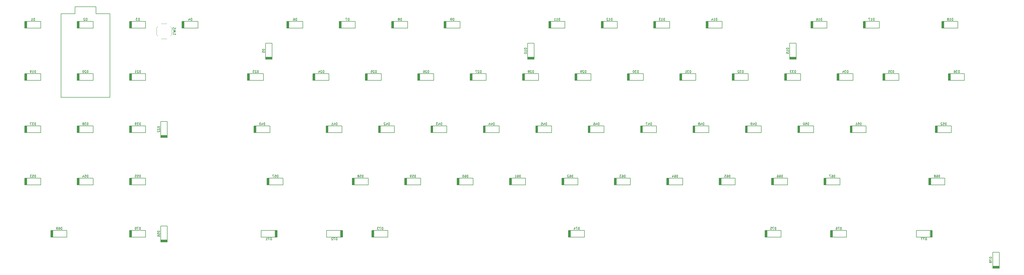
<source format=gbo>
G04 #@! TF.GenerationSoftware,KiCad,Pcbnew,5.1.6*
G04 #@! TF.CreationDate,2020-08-19T08:48:49-04:00*
G04 #@! TF.ProjectId,southpawpcb,736f7574-6870-4617-9770-63622e6b6963,rev?*
G04 #@! TF.SameCoordinates,Original*
G04 #@! TF.FileFunction,Legend,Bot*
G04 #@! TF.FilePolarity,Positive*
%FSLAX46Y46*%
G04 Gerber Fmt 4.6, Leading zero omitted, Abs format (unit mm)*
G04 Created by KiCad (PCBNEW 5.1.6) date 2020-08-19 08:48:49*
%MOMM*%
%LPD*%
G01*
G04 APERTURE LIST*
%ADD10C,0.150000*%
%ADD11C,0.200000*%
%ADD12C,0.120000*%
G04 APERTURE END LIST*
D10*
G04 #@! TO.C,U1*
X34072500Y-5752400D02*
X51852500Y-5752400D01*
X34072500Y24727600D02*
X34072500Y-5752400D01*
X39152500Y24727600D02*
X34072500Y24727600D01*
X39152500Y27267600D02*
X39152500Y24727600D01*
X46772500Y27267600D02*
X39152500Y27267600D01*
X46772500Y24727600D02*
X46772500Y27267600D01*
X51852500Y24727600D02*
X46772500Y24727600D01*
X51852500Y24727600D02*
X51852500Y-5752400D01*
D11*
G04 #@! TO.C,D7*
X140956000Y21925000D02*
X135156000Y21925000D01*
X140956000Y19525000D02*
X140956000Y21925000D01*
X135156000Y19525000D02*
X140956000Y19525000D01*
X135231000Y19525000D02*
X135231000Y21925000D01*
X135356000Y19525000D02*
X135356000Y21925000D01*
X135131000Y21925000D02*
X135131000Y19525000D01*
X135531000Y19525000D02*
X135531000Y21925000D01*
X135706000Y19525000D02*
X135706000Y21925000D01*
X135881000Y19525000D02*
X135881000Y21925000D01*
G04 #@! TO.C,D48*
X264468000Y-18575000D02*
X264468000Y-16175000D01*
X264293000Y-18575000D02*
X264293000Y-16175000D01*
X264118000Y-18575000D02*
X264118000Y-16175000D01*
X263718000Y-16175000D02*
X263718000Y-18575000D01*
X263943000Y-18575000D02*
X263943000Y-16175000D01*
X263818000Y-18575000D02*
X263818000Y-16175000D01*
X263743000Y-18575000D02*
X269543000Y-18575000D01*
X269543000Y-18575000D02*
X269543000Y-16175000D01*
X269543000Y-16175000D02*
X263743000Y-16175000D01*
G04 #@! TO.C,D72*
X130593000Y-56675000D02*
X136393000Y-56675000D01*
X130593000Y-54275000D02*
X130593000Y-56675000D01*
X136393000Y-54275000D02*
X130593000Y-54275000D01*
X136318000Y-54275000D02*
X136318000Y-56675000D01*
X136193000Y-54275000D02*
X136193000Y-56675000D01*
X136418000Y-56675000D02*
X136418000Y-54275000D01*
X136018000Y-54275000D02*
X136018000Y-56675000D01*
X135843000Y-54275000D02*
X135843000Y-56675000D01*
X135668000Y-54275000D02*
X135668000Y-56675000D01*
G04 #@! TO.C,D39*
X64756200Y-16175000D02*
X58956200Y-16175000D01*
X64756200Y-18575000D02*
X64756200Y-16175000D01*
X58956200Y-18575000D02*
X64756200Y-18575000D01*
X59031200Y-18575000D02*
X59031200Y-16175000D01*
X59156200Y-18575000D02*
X59156200Y-16175000D01*
X58931200Y-16175000D02*
X58931200Y-18575000D01*
X59331200Y-18575000D02*
X59331200Y-16175000D01*
X59506200Y-18575000D02*
X59506200Y-16175000D01*
X59681200Y-18575000D02*
X59681200Y-16175000D01*
G04 #@! TO.C,D2*
X40631200Y19525000D02*
X40631200Y21925000D01*
X40456200Y19525000D02*
X40456200Y21925000D01*
X40281200Y19525000D02*
X40281200Y21925000D01*
X39881200Y21925000D02*
X39881200Y19525000D01*
X40106200Y19525000D02*
X40106200Y21925000D01*
X39981200Y19525000D02*
X39981200Y21925000D01*
X39906200Y19525000D02*
X45706200Y19525000D01*
X45706200Y19525000D02*
X45706200Y21925000D01*
X45706200Y21925000D02*
X39906200Y21925000D01*
G04 #@! TO.C,D50*
X302568000Y-18575000D02*
X302568000Y-16175000D01*
X302393000Y-18575000D02*
X302393000Y-16175000D01*
X302218000Y-18575000D02*
X302218000Y-16175000D01*
X301818000Y-16175000D02*
X301818000Y-18575000D01*
X302043000Y-18575000D02*
X302043000Y-16175000D01*
X301918000Y-18575000D02*
X301918000Y-16175000D01*
X301843000Y-18575000D02*
X307643000Y-18575000D01*
X307643000Y-18575000D02*
X307643000Y-16175000D01*
X307643000Y-16175000D02*
X301843000Y-16175000D01*
G04 #@! TO.C,D21*
X64756200Y2875000D02*
X58956200Y2875000D01*
X64756200Y475000D02*
X64756200Y2875000D01*
X58956200Y475000D02*
X64756200Y475000D01*
X59031200Y475000D02*
X59031200Y2875000D01*
X59156200Y475000D02*
X59156200Y2875000D01*
X58931200Y2875000D02*
X58931200Y475000D01*
X59331200Y475000D02*
X59331200Y2875000D01*
X59506200Y475000D02*
X59506200Y2875000D01*
X59681200Y475000D02*
X59681200Y2875000D01*
G04 #@! TO.C,D53*
X21581200Y-37625000D02*
X21581200Y-35225000D01*
X21406200Y-37625000D02*
X21406200Y-35225000D01*
X21231200Y-37625000D02*
X21231200Y-35225000D01*
X20831200Y-35225000D02*
X20831200Y-37625000D01*
X21056200Y-37625000D02*
X21056200Y-35225000D01*
X20931200Y-37625000D02*
X20931200Y-35225000D01*
X20856200Y-37625000D02*
X26656200Y-37625000D01*
X26656200Y-37625000D02*
X26656200Y-35225000D01*
X26656200Y-35225000D02*
X20856200Y-35225000D01*
G04 #@! TO.C,D26*
X164456000Y475000D02*
X164456000Y2875000D01*
X164281000Y475000D02*
X164281000Y2875000D01*
X164106000Y475000D02*
X164106000Y2875000D01*
X163706000Y2875000D02*
X163706000Y475000D01*
X163931000Y475000D02*
X163931000Y2875000D01*
X163806000Y475000D02*
X163806000Y2875000D01*
X163731000Y475000D02*
X169531000Y475000D01*
X169531000Y475000D02*
X169531000Y2875000D01*
X169531000Y2875000D02*
X163731000Y2875000D01*
G04 #@! TO.C,D60*
X183819000Y-35225000D02*
X178019000Y-35225000D01*
X183819000Y-37625000D02*
X183819000Y-35225000D01*
X178019000Y-37625000D02*
X183819000Y-37625000D01*
X178094000Y-37625000D02*
X178094000Y-35225000D01*
X178219000Y-37625000D02*
X178219000Y-35225000D01*
X177994000Y-35225000D02*
X177994000Y-37625000D01*
X178394000Y-37625000D02*
X178394000Y-35225000D01*
X178569000Y-37625000D02*
X178569000Y-35225000D01*
X178744000Y-37625000D02*
X178744000Y-35225000D01*
G04 #@! TO.C,D42*
X150168000Y-18575000D02*
X150168000Y-16175000D01*
X149993000Y-18575000D02*
X149993000Y-16175000D01*
X149818000Y-18575000D02*
X149818000Y-16175000D01*
X149418000Y-16175000D02*
X149418000Y-18575000D01*
X149643000Y-18575000D02*
X149643000Y-16175000D01*
X149518000Y-18575000D02*
X149518000Y-16175000D01*
X149443000Y-18575000D02*
X155243000Y-18575000D01*
X155243000Y-18575000D02*
X155243000Y-16175000D01*
X155243000Y-16175000D02*
X149443000Y-16175000D01*
G04 #@! TO.C,D4*
X78731200Y19525000D02*
X78731200Y21925000D01*
X78556200Y19525000D02*
X78556200Y21925000D01*
X78381200Y19525000D02*
X78381200Y21925000D01*
X77981200Y21925000D02*
X77981200Y19525000D01*
X78206200Y19525000D02*
X78206200Y21925000D01*
X78081200Y19525000D02*
X78081200Y21925000D01*
X78006200Y19525000D02*
X83806200Y19525000D01*
X83806200Y19525000D02*
X83806200Y21925000D01*
X83806200Y21925000D02*
X78006200Y21925000D01*
G04 #@! TO.C,D3*
X64756200Y21925000D02*
X58956200Y21925000D01*
X64756200Y19525000D02*
X64756200Y21925000D01*
X58956200Y19525000D02*
X64756200Y19525000D01*
X59031200Y19525000D02*
X59031200Y21925000D01*
X59156200Y19525000D02*
X59156200Y21925000D01*
X58931200Y21925000D02*
X58931200Y19525000D01*
X59331200Y19525000D02*
X59331200Y21925000D01*
X59506200Y19525000D02*
X59506200Y21925000D01*
X59681200Y19525000D02*
X59681200Y21925000D01*
G04 #@! TO.C,D25*
X150481000Y2875000D02*
X144681000Y2875000D01*
X150481000Y475000D02*
X150481000Y2875000D01*
X144681000Y475000D02*
X150481000Y475000D01*
X144756000Y475000D02*
X144756000Y2875000D01*
X144881000Y475000D02*
X144881000Y2875000D01*
X144656000Y2875000D02*
X144656000Y475000D01*
X145056000Y475000D02*
X145056000Y2875000D01*
X145231000Y475000D02*
X145231000Y2875000D01*
X145406000Y475000D02*
X145406000Y2875000D01*
G04 #@! TO.C,D71*
X111856000Y-54275000D02*
X111856000Y-56675000D01*
X112031000Y-54275000D02*
X112031000Y-56675000D01*
X112206000Y-54275000D02*
X112206000Y-56675000D01*
X112606000Y-56675000D02*
X112606000Y-54275000D01*
X112381000Y-54275000D02*
X112381000Y-56675000D01*
X112506000Y-54275000D02*
X112506000Y-56675000D01*
X112581000Y-54275000D02*
X106781000Y-54275000D01*
X106781000Y-54275000D02*
X106781000Y-56675000D01*
X106781000Y-56675000D02*
X112581000Y-56675000D01*
G04 #@! TO.C,D78*
X375100000Y-67275000D02*
X372700000Y-67275000D01*
X375100000Y-67450000D02*
X372700000Y-67450000D01*
X375100000Y-67625000D02*
X372700000Y-67625000D01*
X372700000Y-68025000D02*
X375100000Y-68025000D01*
X375100000Y-67800000D02*
X372700000Y-67800000D01*
X375100000Y-67925000D02*
X372700000Y-67925000D01*
X375100000Y-68000000D02*
X375100000Y-62200000D01*
X375100000Y-62200000D02*
X372700000Y-62200000D01*
X372700000Y-62200000D02*
X372700000Y-68000000D01*
G04 #@! TO.C,D77*
X349981000Y-54275000D02*
X349981000Y-56675000D01*
X350156000Y-54275000D02*
X350156000Y-56675000D01*
X350331000Y-54275000D02*
X350331000Y-56675000D01*
X350731000Y-56675000D02*
X350731000Y-54275000D01*
X350506000Y-54275000D02*
X350506000Y-56675000D01*
X350631000Y-54275000D02*
X350631000Y-56675000D01*
X350706000Y-54275000D02*
X344906000Y-54275000D01*
X344906000Y-54275000D02*
X344906000Y-56675000D01*
X344906000Y-56675000D02*
X350706000Y-56675000D01*
G04 #@! TO.C,D45*
X212393000Y-16175000D02*
X206593000Y-16175000D01*
X212393000Y-18575000D02*
X212393000Y-16175000D01*
X206593000Y-18575000D02*
X212393000Y-18575000D01*
X206668000Y-18575000D02*
X206668000Y-16175000D01*
X206793000Y-18575000D02*
X206793000Y-16175000D01*
X206568000Y-16175000D02*
X206568000Y-18575000D01*
X206968000Y-18575000D02*
X206968000Y-16175000D01*
X207143000Y-18575000D02*
X207143000Y-16175000D01*
X207318000Y-18575000D02*
X207318000Y-16175000D01*
G04 #@! TO.C,D16*
X307331000Y19525000D02*
X307331000Y21925000D01*
X307156000Y19525000D02*
X307156000Y21925000D01*
X306981000Y19525000D02*
X306981000Y21925000D01*
X306581000Y21925000D02*
X306581000Y19525000D01*
X306806000Y19525000D02*
X306806000Y21925000D01*
X306681000Y19525000D02*
X306681000Y21925000D01*
X306606000Y19525000D02*
X312406000Y19525000D01*
X312406000Y19525000D02*
X312406000Y21925000D01*
X312406000Y21925000D02*
X306606000Y21925000D01*
G04 #@! TO.C,D22*
X72681200Y-19650000D02*
X70281200Y-19650000D01*
X72681200Y-19825000D02*
X70281200Y-19825000D01*
X72681200Y-20000000D02*
X70281200Y-20000000D01*
X70281200Y-20400000D02*
X72681200Y-20400000D01*
X72681200Y-20175000D02*
X70281200Y-20175000D01*
X72681200Y-20300000D02*
X70281200Y-20300000D01*
X72681200Y-20375000D02*
X72681200Y-14575000D01*
X72681200Y-14575000D02*
X70281200Y-14575000D01*
X70281200Y-14575000D02*
X70281200Y-20375000D01*
G04 #@! TO.C,D10*
X206031000Y8925000D02*
X203631000Y8925000D01*
X206031000Y8750000D02*
X203631000Y8750000D01*
X206031000Y8575000D02*
X203631000Y8575000D01*
X203631000Y8175000D02*
X206031000Y8175000D01*
X206031000Y8400000D02*
X203631000Y8400000D01*
X206031000Y8275000D02*
X203631000Y8275000D01*
X206031000Y8200000D02*
X206031000Y14000000D01*
X206031000Y14000000D02*
X203631000Y14000000D01*
X203631000Y14000000D02*
X203631000Y8200000D01*
G04 #@! TO.C,D54*
X45706200Y-35225000D02*
X39906200Y-35225000D01*
X45706200Y-37625000D02*
X45706200Y-35225000D01*
X39906200Y-37625000D02*
X45706200Y-37625000D01*
X39981200Y-37625000D02*
X39981200Y-35225000D01*
X40106200Y-37625000D02*
X40106200Y-35225000D01*
X39881200Y-35225000D02*
X39881200Y-37625000D01*
X40281200Y-37625000D02*
X40281200Y-35225000D01*
X40456200Y-37625000D02*
X40456200Y-35225000D01*
X40631200Y-37625000D02*
X40631200Y-35225000D01*
G04 #@! TO.C,D19*
X26656200Y2875000D02*
X20856200Y2875000D01*
X26656200Y475000D02*
X26656200Y2875000D01*
X20856200Y475000D02*
X26656200Y475000D01*
X20931200Y475000D02*
X20931200Y2875000D01*
X21056200Y475000D02*
X21056200Y2875000D01*
X20831200Y2875000D02*
X20831200Y475000D01*
X21231200Y475000D02*
X21231200Y2875000D01*
X21406200Y475000D02*
X21406200Y2875000D01*
X21581200Y475000D02*
X21581200Y2875000D01*
G04 #@! TO.C,D57*
X114762000Y-35225000D02*
X108962000Y-35225000D01*
X114762000Y-37625000D02*
X114762000Y-35225000D01*
X108962000Y-37625000D02*
X114762000Y-37625000D01*
X109037000Y-37625000D02*
X109037000Y-35225000D01*
X109162000Y-37625000D02*
X109162000Y-35225000D01*
X108937000Y-35225000D02*
X108937000Y-37625000D01*
X109337000Y-37625000D02*
X109337000Y-35225000D01*
X109512000Y-37625000D02*
X109512000Y-35225000D01*
X109687000Y-37625000D02*
X109687000Y-35225000D01*
G04 #@! TO.C,D47*
X250493000Y-16175000D02*
X244693000Y-16175000D01*
X250493000Y-18575000D02*
X250493000Y-16175000D01*
X244693000Y-18575000D02*
X250493000Y-18575000D01*
X244768000Y-18575000D02*
X244768000Y-16175000D01*
X244893000Y-18575000D02*
X244893000Y-16175000D01*
X244668000Y-16175000D02*
X244668000Y-18575000D01*
X245068000Y-18575000D02*
X245068000Y-16175000D01*
X245243000Y-18575000D02*
X245243000Y-16175000D01*
X245418000Y-18575000D02*
X245418000Y-16175000D01*
G04 #@! TO.C,D15*
X298881000Y14000000D02*
X298881000Y8200000D01*
X301281000Y14000000D02*
X298881000Y14000000D01*
X301281000Y8200000D02*
X301281000Y14000000D01*
X301281000Y8275000D02*
X298881000Y8275000D01*
X301281000Y8400000D02*
X298881000Y8400000D01*
X298881000Y8175000D02*
X301281000Y8175000D01*
X301281000Y8575000D02*
X298881000Y8575000D01*
X301281000Y8750000D02*
X298881000Y8750000D01*
X301281000Y8925000D02*
X298881000Y8925000D01*
G04 #@! TO.C,D67*
X312094000Y-37625000D02*
X312094000Y-35225000D01*
X311919000Y-37625000D02*
X311919000Y-35225000D01*
X311744000Y-37625000D02*
X311744000Y-35225000D01*
X311344000Y-35225000D02*
X311344000Y-37625000D01*
X311569000Y-37625000D02*
X311569000Y-35225000D01*
X311444000Y-37625000D02*
X311444000Y-35225000D01*
X311369000Y-37625000D02*
X317169000Y-37625000D01*
X317169000Y-37625000D02*
X317169000Y-35225000D01*
X317169000Y-35225000D02*
X311369000Y-35225000D01*
G04 #@! TO.C,D36*
X357337000Y475000D02*
X357337000Y2875000D01*
X357162000Y475000D02*
X357162000Y2875000D01*
X356987000Y475000D02*
X356987000Y2875000D01*
X356587000Y2875000D02*
X356587000Y475000D01*
X356812000Y475000D02*
X356812000Y2875000D01*
X356687000Y475000D02*
X356687000Y2875000D01*
X356612000Y475000D02*
X362412000Y475000D01*
X362412000Y475000D02*
X362412000Y2875000D01*
X362412000Y2875000D02*
X356612000Y2875000D01*
G04 #@! TO.C,D62*
X221919000Y-35225000D02*
X216119000Y-35225000D01*
X221919000Y-37625000D02*
X221919000Y-35225000D01*
X216119000Y-37625000D02*
X221919000Y-37625000D01*
X216194000Y-37625000D02*
X216194000Y-35225000D01*
X216319000Y-37625000D02*
X216319000Y-35225000D01*
X216094000Y-35225000D02*
X216094000Y-37625000D01*
X216494000Y-37625000D02*
X216494000Y-35225000D01*
X216669000Y-37625000D02*
X216669000Y-35225000D01*
X216844000Y-37625000D02*
X216844000Y-35225000D01*
G04 #@! TO.C,D61*
X202869000Y-35225000D02*
X197069000Y-35225000D01*
X202869000Y-37625000D02*
X202869000Y-35225000D01*
X197069000Y-37625000D02*
X202869000Y-37625000D01*
X197144000Y-37625000D02*
X197144000Y-35225000D01*
X197269000Y-37625000D02*
X197269000Y-35225000D01*
X197044000Y-35225000D02*
X197044000Y-37625000D01*
X197444000Y-37625000D02*
X197444000Y-35225000D01*
X197619000Y-37625000D02*
X197619000Y-35225000D01*
X197794000Y-37625000D02*
X197794000Y-35225000D01*
G04 #@! TO.C,D52*
X352575000Y-18575000D02*
X352575000Y-16175000D01*
X352400000Y-18575000D02*
X352400000Y-16175000D01*
X352225000Y-18575000D02*
X352225000Y-16175000D01*
X351825000Y-16175000D02*
X351825000Y-18575000D01*
X352050000Y-18575000D02*
X352050000Y-16175000D01*
X351925000Y-18575000D02*
X351925000Y-16175000D01*
X351850000Y-18575000D02*
X357650000Y-18575000D01*
X357650000Y-18575000D02*
X357650000Y-16175000D01*
X357650000Y-16175000D02*
X351850000Y-16175000D01*
G04 #@! TO.C,D37*
X26656200Y-16175000D02*
X20856200Y-16175000D01*
X26656200Y-18575000D02*
X26656200Y-16175000D01*
X20856200Y-18575000D02*
X26656200Y-18575000D01*
X20931200Y-18575000D02*
X20931200Y-16175000D01*
X21056200Y-18575000D02*
X21056200Y-16175000D01*
X20831200Y-16175000D02*
X20831200Y-18575000D01*
X21231200Y-18575000D02*
X21231200Y-16175000D01*
X21406200Y-18575000D02*
X21406200Y-16175000D01*
X21581200Y-18575000D02*
X21581200Y-16175000D01*
G04 #@! TO.C,D65*
X279069000Y-35225000D02*
X273269000Y-35225000D01*
X279069000Y-37625000D02*
X279069000Y-35225000D01*
X273269000Y-37625000D02*
X279069000Y-37625000D01*
X273344000Y-37625000D02*
X273344000Y-35225000D01*
X273469000Y-37625000D02*
X273469000Y-35225000D01*
X273244000Y-35225000D02*
X273244000Y-37625000D01*
X273644000Y-37625000D02*
X273644000Y-35225000D01*
X273819000Y-37625000D02*
X273819000Y-35225000D01*
X273994000Y-37625000D02*
X273994000Y-35225000D01*
G04 #@! TO.C,D14*
X274306000Y21925000D02*
X268506000Y21925000D01*
X274306000Y19525000D02*
X274306000Y21925000D01*
X268506000Y19525000D02*
X274306000Y19525000D01*
X268581000Y19525000D02*
X268581000Y21925000D01*
X268706000Y19525000D02*
X268706000Y21925000D01*
X268481000Y21925000D02*
X268481000Y19525000D01*
X268881000Y19525000D02*
X268881000Y21925000D01*
X269056000Y19525000D02*
X269056000Y21925000D01*
X269231000Y19525000D02*
X269231000Y21925000D01*
G04 #@! TO.C,D68*
X355269000Y-35225000D02*
X349469000Y-35225000D01*
X355269000Y-37625000D02*
X355269000Y-35225000D01*
X349469000Y-37625000D02*
X355269000Y-37625000D01*
X349544000Y-37625000D02*
X349544000Y-35225000D01*
X349669000Y-37625000D02*
X349669000Y-35225000D01*
X349444000Y-35225000D02*
X349444000Y-37625000D01*
X349844000Y-37625000D02*
X349844000Y-35225000D01*
X350019000Y-37625000D02*
X350019000Y-35225000D01*
X350194000Y-37625000D02*
X350194000Y-35225000D01*
G04 #@! TO.C,D18*
X354956000Y19525000D02*
X354956000Y21925000D01*
X354781000Y19525000D02*
X354781000Y21925000D01*
X354606000Y19525000D02*
X354606000Y21925000D01*
X354206000Y21925000D02*
X354206000Y19525000D01*
X354431000Y19525000D02*
X354431000Y21925000D01*
X354306000Y19525000D02*
X354306000Y21925000D01*
X354231000Y19525000D02*
X360031000Y19525000D01*
X360031000Y19525000D02*
X360031000Y21925000D01*
X360031000Y21925000D02*
X354231000Y21925000D01*
G04 #@! TO.C,D38*
X40631200Y-18575000D02*
X40631200Y-16175000D01*
X40456200Y-18575000D02*
X40456200Y-16175000D01*
X40281200Y-18575000D02*
X40281200Y-16175000D01*
X39881200Y-16175000D02*
X39881200Y-18575000D01*
X40106200Y-18575000D02*
X40106200Y-16175000D01*
X39981200Y-18575000D02*
X39981200Y-16175000D01*
X39906200Y-18575000D02*
X45706200Y-18575000D01*
X45706200Y-18575000D02*
X45706200Y-16175000D01*
X45706200Y-16175000D02*
X39906200Y-16175000D01*
G04 #@! TO.C,D12*
X231131000Y19525000D02*
X231131000Y21925000D01*
X230956000Y19525000D02*
X230956000Y21925000D01*
X230781000Y19525000D02*
X230781000Y21925000D01*
X230381000Y21925000D02*
X230381000Y19525000D01*
X230606000Y19525000D02*
X230606000Y21925000D01*
X230481000Y19525000D02*
X230481000Y21925000D01*
X230406000Y19525000D02*
X236206000Y19525000D01*
X236206000Y19525000D02*
X236206000Y21925000D01*
X236206000Y21925000D02*
X230406000Y21925000D01*
G04 #@! TO.C,D58*
X140644000Y-37625000D02*
X140644000Y-35225000D01*
X140469000Y-37625000D02*
X140469000Y-35225000D01*
X140294000Y-37625000D02*
X140294000Y-35225000D01*
X139894000Y-35225000D02*
X139894000Y-37625000D01*
X140119000Y-37625000D02*
X140119000Y-35225000D01*
X139994000Y-37625000D02*
X139994000Y-35225000D01*
X139919000Y-37625000D02*
X145719000Y-37625000D01*
X145719000Y-37625000D02*
X145719000Y-35225000D01*
X145719000Y-35225000D02*
X139919000Y-35225000D01*
G04 #@! TO.C,D34*
X316856000Y475000D02*
X316856000Y2875000D01*
X316681000Y475000D02*
X316681000Y2875000D01*
X316506000Y475000D02*
X316506000Y2875000D01*
X316106000Y2875000D02*
X316106000Y475000D01*
X316331000Y475000D02*
X316331000Y2875000D01*
X316206000Y475000D02*
X316206000Y2875000D01*
X316131000Y475000D02*
X321931000Y475000D01*
X321931000Y475000D02*
X321931000Y2875000D01*
X321931000Y2875000D02*
X316131000Y2875000D01*
G04 #@! TO.C,D20*
X40631200Y475000D02*
X40631200Y2875000D01*
X40456200Y475000D02*
X40456200Y2875000D01*
X40281200Y475000D02*
X40281200Y2875000D01*
X39881200Y2875000D02*
X39881200Y475000D01*
X40106200Y475000D02*
X40106200Y2875000D01*
X39981200Y475000D02*
X39981200Y2875000D01*
X39906200Y475000D02*
X45706200Y475000D01*
X45706200Y475000D02*
X45706200Y2875000D01*
X45706200Y2875000D02*
X39906200Y2875000D01*
G04 #@! TO.C,D69*
X36181200Y-54275000D02*
X30381200Y-54275000D01*
X36181200Y-56675000D02*
X36181200Y-54275000D01*
X30381200Y-56675000D02*
X36181200Y-56675000D01*
X30456200Y-56675000D02*
X30456200Y-54275000D01*
X30581200Y-56675000D02*
X30581200Y-54275000D01*
X30356200Y-54275000D02*
X30356200Y-56675000D01*
X30756200Y-56675000D02*
X30756200Y-54275000D01*
X30931200Y-56675000D02*
X30931200Y-54275000D01*
X31106200Y-56675000D02*
X31106200Y-54275000D01*
D12*
G04 #@! TO.C,SW1*
X74231200Y17093800D02*
X74231200Y19593800D01*
X72481200Y15593800D02*
X70481200Y15593800D01*
X68731200Y17093800D02*
X68731200Y19593800D01*
X72481200Y21093800D02*
X70481200Y21093800D01*
X73781200Y16643800D02*
X74231200Y17093800D01*
X73781200Y20043800D02*
X74231200Y19593800D01*
X69181200Y20043800D02*
X68731200Y19593800D01*
X69181200Y16643800D02*
X68731200Y17093800D01*
D11*
G04 #@! TO.C,D40*
X104925000Y-18575000D02*
X104925000Y-16175000D01*
X104750000Y-18575000D02*
X104750000Y-16175000D01*
X104575000Y-18575000D02*
X104575000Y-16175000D01*
X104175000Y-16175000D02*
X104175000Y-18575000D01*
X104400000Y-18575000D02*
X104400000Y-16175000D01*
X104275000Y-18575000D02*
X104275000Y-16175000D01*
X104200000Y-18575000D02*
X110000000Y-18575000D01*
X110000000Y-18575000D02*
X110000000Y-16175000D01*
X110000000Y-16175000D02*
X104200000Y-16175000D01*
G04 #@! TO.C,D56*
X72681200Y-57750000D02*
X70281200Y-57750000D01*
X72681200Y-57925000D02*
X70281200Y-57925000D01*
X72681200Y-58100000D02*
X70281200Y-58100000D01*
X70281200Y-58500000D02*
X72681200Y-58500000D01*
X72681200Y-58275000D02*
X70281200Y-58275000D01*
X72681200Y-58400000D02*
X70281200Y-58400000D01*
X72681200Y-58475000D02*
X72681200Y-52675000D01*
X72681200Y-52675000D02*
X70281200Y-52675000D01*
X70281200Y-52675000D02*
X70281200Y-58475000D01*
G04 #@! TO.C,D23*
X107619000Y2875000D02*
X101819000Y2875000D01*
X107619000Y475000D02*
X107619000Y2875000D01*
X101819000Y475000D02*
X107619000Y475000D01*
X101894000Y475000D02*
X101894000Y2875000D01*
X102019000Y475000D02*
X102019000Y2875000D01*
X101794000Y2875000D02*
X101794000Y475000D01*
X102194000Y475000D02*
X102194000Y2875000D01*
X102369000Y475000D02*
X102369000Y2875000D01*
X102544000Y475000D02*
X102544000Y2875000D01*
G04 #@! TO.C,D17*
X331456000Y21925000D02*
X325656000Y21925000D01*
X331456000Y19525000D02*
X331456000Y21925000D01*
X325656000Y19525000D02*
X331456000Y19525000D01*
X325731000Y19525000D02*
X325731000Y21925000D01*
X325856000Y19525000D02*
X325856000Y21925000D01*
X325631000Y21925000D02*
X325631000Y19525000D01*
X326031000Y19525000D02*
X326031000Y21925000D01*
X326206000Y19525000D02*
X326206000Y21925000D01*
X326381000Y19525000D02*
X326381000Y21925000D01*
G04 #@! TO.C,D32*
X278756000Y475000D02*
X278756000Y2875000D01*
X278581000Y475000D02*
X278581000Y2875000D01*
X278406000Y475000D02*
X278406000Y2875000D01*
X278006000Y2875000D02*
X278006000Y475000D01*
X278231000Y475000D02*
X278231000Y2875000D01*
X278106000Y475000D02*
X278106000Y2875000D01*
X278031000Y475000D02*
X283831000Y475000D01*
X283831000Y475000D02*
X283831000Y2875000D01*
X283831000Y2875000D02*
X278031000Y2875000D01*
G04 #@! TO.C,D31*
X264781000Y2875000D02*
X258981000Y2875000D01*
X264781000Y475000D02*
X264781000Y2875000D01*
X258981000Y475000D02*
X264781000Y475000D01*
X259056000Y475000D02*
X259056000Y2875000D01*
X259181000Y475000D02*
X259181000Y2875000D01*
X258956000Y2875000D02*
X258956000Y475000D01*
X259356000Y475000D02*
X259356000Y2875000D01*
X259531000Y475000D02*
X259531000Y2875000D01*
X259706000Y475000D02*
X259706000Y2875000D01*
G04 #@! TO.C,D9*
X179056000Y21925000D02*
X173256000Y21925000D01*
X179056000Y19525000D02*
X179056000Y21925000D01*
X173256000Y19525000D02*
X179056000Y19525000D01*
X173331000Y19525000D02*
X173331000Y21925000D01*
X173456000Y19525000D02*
X173456000Y21925000D01*
X173231000Y21925000D02*
X173231000Y19525000D01*
X173631000Y19525000D02*
X173631000Y21925000D01*
X173806000Y19525000D02*
X173806000Y21925000D01*
X173981000Y19525000D02*
X173981000Y21925000D01*
G04 #@! TO.C,D64*
X254944000Y-37625000D02*
X254944000Y-35225000D01*
X254769000Y-37625000D02*
X254769000Y-35225000D01*
X254594000Y-37625000D02*
X254594000Y-35225000D01*
X254194000Y-35225000D02*
X254194000Y-37625000D01*
X254419000Y-37625000D02*
X254419000Y-35225000D01*
X254294000Y-37625000D02*
X254294000Y-35225000D01*
X254219000Y-37625000D02*
X260019000Y-37625000D01*
X260019000Y-37625000D02*
X260019000Y-35225000D01*
X260019000Y-35225000D02*
X254219000Y-35225000D01*
G04 #@! TO.C,D74*
X219225000Y-56675000D02*
X219225000Y-54275000D01*
X219050000Y-56675000D02*
X219050000Y-54275000D01*
X218875000Y-56675000D02*
X218875000Y-54275000D01*
X218475000Y-54275000D02*
X218475000Y-56675000D01*
X218700000Y-56675000D02*
X218700000Y-54275000D01*
X218575000Y-56675000D02*
X218575000Y-54275000D01*
X218500000Y-56675000D02*
X224300000Y-56675000D01*
X224300000Y-56675000D02*
X224300000Y-54275000D01*
X224300000Y-54275000D02*
X218500000Y-54275000D01*
G04 #@! TO.C,D76*
X314475000Y-56675000D02*
X314475000Y-54275000D01*
X314300000Y-56675000D02*
X314300000Y-54275000D01*
X314125000Y-56675000D02*
X314125000Y-54275000D01*
X313725000Y-54275000D02*
X313725000Y-56675000D01*
X313950000Y-56675000D02*
X313950000Y-54275000D01*
X313825000Y-56675000D02*
X313825000Y-54275000D01*
X313750000Y-56675000D02*
X319550000Y-56675000D01*
X319550000Y-56675000D02*
X319550000Y-54275000D01*
X319550000Y-54275000D02*
X313750000Y-54275000D01*
G04 #@! TO.C,D49*
X288593000Y-16175000D02*
X282793000Y-16175000D01*
X288593000Y-18575000D02*
X288593000Y-16175000D01*
X282793000Y-18575000D02*
X288593000Y-18575000D01*
X282868000Y-18575000D02*
X282868000Y-16175000D01*
X282993000Y-18575000D02*
X282993000Y-16175000D01*
X282768000Y-16175000D02*
X282768000Y-18575000D01*
X283168000Y-18575000D02*
X283168000Y-16175000D01*
X283343000Y-18575000D02*
X283343000Y-16175000D01*
X283518000Y-18575000D02*
X283518000Y-16175000D01*
G04 #@! TO.C,D70*
X64756200Y-54275000D02*
X58956200Y-54275000D01*
X64756200Y-56675000D02*
X64756200Y-54275000D01*
X58956200Y-56675000D02*
X64756200Y-56675000D01*
X59031200Y-56675000D02*
X59031200Y-54275000D01*
X59156200Y-56675000D02*
X59156200Y-54275000D01*
X58931200Y-54275000D02*
X58931200Y-56675000D01*
X59331200Y-56675000D02*
X59331200Y-54275000D01*
X59506200Y-56675000D02*
X59506200Y-54275000D01*
X59681200Y-56675000D02*
X59681200Y-54275000D01*
G04 #@! TO.C,D75*
X290662000Y-56675000D02*
X290662000Y-54275000D01*
X290487000Y-56675000D02*
X290487000Y-54275000D01*
X290312000Y-56675000D02*
X290312000Y-54275000D01*
X289912000Y-54275000D02*
X289912000Y-56675000D01*
X290137000Y-56675000D02*
X290137000Y-54275000D01*
X290012000Y-56675000D02*
X290012000Y-54275000D01*
X289937000Y-56675000D02*
X295737000Y-56675000D01*
X295737000Y-56675000D02*
X295737000Y-54275000D01*
X295737000Y-54275000D02*
X289937000Y-54275000D01*
G04 #@! TO.C,D8*
X154931000Y19525000D02*
X154931000Y21925000D01*
X154756000Y19525000D02*
X154756000Y21925000D01*
X154581000Y19525000D02*
X154581000Y21925000D01*
X154181000Y21925000D02*
X154181000Y19525000D01*
X154406000Y19525000D02*
X154406000Y21925000D01*
X154281000Y19525000D02*
X154281000Y21925000D01*
X154206000Y19525000D02*
X160006000Y19525000D01*
X160006000Y19525000D02*
X160006000Y21925000D01*
X160006000Y21925000D02*
X154206000Y21925000D01*
G04 #@! TO.C,D28*
X207631000Y2875000D02*
X201831000Y2875000D01*
X207631000Y475000D02*
X207631000Y2875000D01*
X201831000Y475000D02*
X207631000Y475000D01*
X201906000Y475000D02*
X201906000Y2875000D01*
X202031000Y475000D02*
X202031000Y2875000D01*
X201806000Y2875000D02*
X201806000Y475000D01*
X202206000Y475000D02*
X202206000Y2875000D01*
X202381000Y475000D02*
X202381000Y2875000D01*
X202556000Y475000D02*
X202556000Y2875000D01*
G04 #@! TO.C,D13*
X255256000Y21925000D02*
X249456000Y21925000D01*
X255256000Y19525000D02*
X255256000Y21925000D01*
X249456000Y19525000D02*
X255256000Y19525000D01*
X249531000Y19525000D02*
X249531000Y21925000D01*
X249656000Y19525000D02*
X249656000Y21925000D01*
X249431000Y21925000D02*
X249431000Y19525000D01*
X249831000Y19525000D02*
X249831000Y21925000D01*
X250006000Y19525000D02*
X250006000Y21925000D01*
X250181000Y19525000D02*
X250181000Y21925000D01*
G04 #@! TO.C,D66*
X298119000Y-35225000D02*
X292319000Y-35225000D01*
X298119000Y-37625000D02*
X298119000Y-35225000D01*
X292319000Y-37625000D02*
X298119000Y-37625000D01*
X292394000Y-37625000D02*
X292394000Y-35225000D01*
X292519000Y-37625000D02*
X292519000Y-35225000D01*
X292294000Y-35225000D02*
X292294000Y-37625000D01*
X292694000Y-37625000D02*
X292694000Y-35225000D01*
X292869000Y-37625000D02*
X292869000Y-35225000D01*
X293044000Y-37625000D02*
X293044000Y-35225000D01*
G04 #@! TO.C,D6*
X116831000Y19525000D02*
X116831000Y21925000D01*
X116656000Y19525000D02*
X116656000Y21925000D01*
X116481000Y19525000D02*
X116481000Y21925000D01*
X116081000Y21925000D02*
X116081000Y19525000D01*
X116306000Y19525000D02*
X116306000Y21925000D01*
X116181000Y19525000D02*
X116181000Y21925000D01*
X116106000Y19525000D02*
X121906000Y19525000D01*
X121906000Y19525000D02*
X121906000Y21925000D01*
X121906000Y21925000D02*
X116106000Y21925000D01*
G04 #@! TO.C,D44*
X188268000Y-18575000D02*
X188268000Y-16175000D01*
X188093000Y-18575000D02*
X188093000Y-16175000D01*
X187918000Y-18575000D02*
X187918000Y-16175000D01*
X187518000Y-16175000D02*
X187518000Y-18575000D01*
X187743000Y-18575000D02*
X187743000Y-16175000D01*
X187618000Y-18575000D02*
X187618000Y-16175000D01*
X187543000Y-18575000D02*
X193343000Y-18575000D01*
X193343000Y-18575000D02*
X193343000Y-16175000D01*
X193343000Y-16175000D02*
X187543000Y-16175000D01*
G04 #@! TO.C,D46*
X226368000Y-18575000D02*
X226368000Y-16175000D01*
X226193000Y-18575000D02*
X226193000Y-16175000D01*
X226018000Y-18575000D02*
X226018000Y-16175000D01*
X225618000Y-16175000D02*
X225618000Y-18575000D01*
X225843000Y-18575000D02*
X225843000Y-16175000D01*
X225718000Y-18575000D02*
X225718000Y-16175000D01*
X225643000Y-18575000D02*
X231443000Y-18575000D01*
X231443000Y-18575000D02*
X231443000Y-16175000D01*
X231443000Y-16175000D02*
X225643000Y-16175000D01*
G04 #@! TO.C,D51*
X326693000Y-16175000D02*
X320893000Y-16175000D01*
X326693000Y-18575000D02*
X326693000Y-16175000D01*
X320893000Y-18575000D02*
X326693000Y-18575000D01*
X320968000Y-18575000D02*
X320968000Y-16175000D01*
X321093000Y-18575000D02*
X321093000Y-16175000D01*
X320868000Y-16175000D02*
X320868000Y-18575000D01*
X321268000Y-18575000D02*
X321268000Y-16175000D01*
X321443000Y-18575000D02*
X321443000Y-16175000D01*
X321618000Y-18575000D02*
X321618000Y-16175000D01*
G04 #@! TO.C,D11*
X217156000Y21925000D02*
X211356000Y21925000D01*
X217156000Y19525000D02*
X217156000Y21925000D01*
X211356000Y19525000D02*
X217156000Y19525000D01*
X211431000Y19525000D02*
X211431000Y21925000D01*
X211556000Y19525000D02*
X211556000Y21925000D01*
X211331000Y21925000D02*
X211331000Y19525000D01*
X211731000Y19525000D02*
X211731000Y21925000D01*
X211906000Y19525000D02*
X211906000Y21925000D01*
X212081000Y19525000D02*
X212081000Y21925000D01*
G04 #@! TO.C,D63*
X235894000Y-37625000D02*
X235894000Y-35225000D01*
X235719000Y-37625000D02*
X235719000Y-35225000D01*
X235544000Y-37625000D02*
X235544000Y-35225000D01*
X235144000Y-35225000D02*
X235144000Y-37625000D01*
X235369000Y-37625000D02*
X235369000Y-35225000D01*
X235244000Y-37625000D02*
X235244000Y-35225000D01*
X235169000Y-37625000D02*
X240969000Y-37625000D01*
X240969000Y-37625000D02*
X240969000Y-35225000D01*
X240969000Y-35225000D02*
X235169000Y-35225000D01*
G04 #@! TO.C,D29*
X226681000Y2875000D02*
X220881000Y2875000D01*
X226681000Y475000D02*
X226681000Y2875000D01*
X220881000Y475000D02*
X226681000Y475000D01*
X220956000Y475000D02*
X220956000Y2875000D01*
X221081000Y475000D02*
X221081000Y2875000D01*
X220856000Y2875000D02*
X220856000Y475000D01*
X221256000Y475000D02*
X221256000Y2875000D01*
X221431000Y475000D02*
X221431000Y2875000D01*
X221606000Y475000D02*
X221606000Y2875000D01*
G04 #@! TO.C,D55*
X64756200Y-35225000D02*
X58956200Y-35225000D01*
X64756200Y-37625000D02*
X64756200Y-35225000D01*
X58956200Y-37625000D02*
X64756200Y-37625000D01*
X59031200Y-37625000D02*
X59031200Y-35225000D01*
X59156200Y-37625000D02*
X59156200Y-35225000D01*
X58931200Y-35225000D02*
X58931200Y-37625000D01*
X59331200Y-37625000D02*
X59331200Y-35225000D01*
X59506200Y-37625000D02*
X59506200Y-35225000D01*
X59681200Y-37625000D02*
X59681200Y-35225000D01*
G04 #@! TO.C,D5*
X108381000Y14000000D02*
X108381000Y8200000D01*
X110781000Y14000000D02*
X108381000Y14000000D01*
X110781000Y8200000D02*
X110781000Y14000000D01*
X110781000Y8275000D02*
X108381000Y8275000D01*
X110781000Y8400000D02*
X108381000Y8400000D01*
X108381000Y8175000D02*
X110781000Y8175000D01*
X110781000Y8575000D02*
X108381000Y8575000D01*
X110781000Y8750000D02*
X108381000Y8750000D01*
X110781000Y8925000D02*
X108381000Y8925000D01*
G04 #@! TO.C,D43*
X174293000Y-16175000D02*
X168493000Y-16175000D01*
X174293000Y-18575000D02*
X174293000Y-16175000D01*
X168493000Y-18575000D02*
X174293000Y-18575000D01*
X168568000Y-18575000D02*
X168568000Y-16175000D01*
X168693000Y-18575000D02*
X168693000Y-16175000D01*
X168468000Y-16175000D02*
X168468000Y-18575000D01*
X168868000Y-18575000D02*
X168868000Y-16175000D01*
X169043000Y-18575000D02*
X169043000Y-16175000D01*
X169218000Y-18575000D02*
X169218000Y-16175000D01*
G04 #@! TO.C,D73*
X147787000Y-56675000D02*
X147787000Y-54275000D01*
X147612000Y-56675000D02*
X147612000Y-54275000D01*
X147437000Y-56675000D02*
X147437000Y-54275000D01*
X147037000Y-54275000D02*
X147037000Y-56675000D01*
X147262000Y-56675000D02*
X147262000Y-54275000D01*
X147137000Y-56675000D02*
X147137000Y-54275000D01*
X147062000Y-56675000D02*
X152862000Y-56675000D01*
X152862000Y-56675000D02*
X152862000Y-54275000D01*
X152862000Y-54275000D02*
X147062000Y-54275000D01*
G04 #@! TO.C,D33*
X302881000Y2875000D02*
X297081000Y2875000D01*
X302881000Y475000D02*
X302881000Y2875000D01*
X297081000Y475000D02*
X302881000Y475000D01*
X297156000Y475000D02*
X297156000Y2875000D01*
X297281000Y475000D02*
X297281000Y2875000D01*
X297056000Y2875000D02*
X297056000Y475000D01*
X297456000Y475000D02*
X297456000Y2875000D01*
X297631000Y475000D02*
X297631000Y2875000D01*
X297806000Y475000D02*
X297806000Y2875000D01*
G04 #@! TO.C,D30*
X240656000Y475000D02*
X240656000Y2875000D01*
X240481000Y475000D02*
X240481000Y2875000D01*
X240306000Y475000D02*
X240306000Y2875000D01*
X239906000Y2875000D02*
X239906000Y475000D01*
X240131000Y475000D02*
X240131000Y2875000D01*
X240006000Y475000D02*
X240006000Y2875000D01*
X239931000Y475000D02*
X245731000Y475000D01*
X245731000Y475000D02*
X245731000Y2875000D01*
X245731000Y2875000D02*
X239931000Y2875000D01*
G04 #@! TO.C,D35*
X338600000Y2875000D02*
X332800000Y2875000D01*
X338600000Y475000D02*
X338600000Y2875000D01*
X332800000Y475000D02*
X338600000Y475000D01*
X332875000Y475000D02*
X332875000Y2875000D01*
X333000000Y475000D02*
X333000000Y2875000D01*
X332775000Y2875000D02*
X332775000Y475000D01*
X333175000Y475000D02*
X333175000Y2875000D01*
X333350000Y475000D02*
X333350000Y2875000D01*
X333525000Y475000D02*
X333525000Y2875000D01*
G04 #@! TO.C,D24*
X126356000Y475000D02*
X126356000Y2875000D01*
X126181000Y475000D02*
X126181000Y2875000D01*
X126006000Y475000D02*
X126006000Y2875000D01*
X125606000Y2875000D02*
X125606000Y475000D01*
X125831000Y475000D02*
X125831000Y2875000D01*
X125706000Y475000D02*
X125706000Y2875000D01*
X125631000Y475000D02*
X131431000Y475000D01*
X131431000Y475000D02*
X131431000Y2875000D01*
X131431000Y2875000D02*
X125631000Y2875000D01*
G04 #@! TO.C,D59*
X159694000Y-37625000D02*
X159694000Y-35225000D01*
X159519000Y-37625000D02*
X159519000Y-35225000D01*
X159344000Y-37625000D02*
X159344000Y-35225000D01*
X158944000Y-35225000D02*
X158944000Y-37625000D01*
X159169000Y-37625000D02*
X159169000Y-35225000D01*
X159044000Y-37625000D02*
X159044000Y-35225000D01*
X158969000Y-37625000D02*
X164769000Y-37625000D01*
X164769000Y-37625000D02*
X164769000Y-35225000D01*
X164769000Y-35225000D02*
X158969000Y-35225000D01*
G04 #@! TO.C,D41*
X136193000Y-16175000D02*
X130393000Y-16175000D01*
X136193000Y-18575000D02*
X136193000Y-16175000D01*
X130393000Y-18575000D02*
X136193000Y-18575000D01*
X130468000Y-18575000D02*
X130468000Y-16175000D01*
X130593000Y-18575000D02*
X130593000Y-16175000D01*
X130368000Y-16175000D02*
X130368000Y-18575000D01*
X130768000Y-18575000D02*
X130768000Y-16175000D01*
X130943000Y-18575000D02*
X130943000Y-16175000D01*
X131118000Y-18575000D02*
X131118000Y-16175000D01*
G04 #@! TO.C,D1*
X26656200Y21925000D02*
X20856200Y21925000D01*
X26656200Y19525000D02*
X26656200Y21925000D01*
X20856200Y19525000D02*
X26656200Y19525000D01*
X20931200Y19525000D02*
X20931200Y21925000D01*
X21056200Y19525000D02*
X21056200Y21925000D01*
X20831200Y21925000D02*
X20831200Y19525000D01*
X21231200Y19525000D02*
X21231200Y21925000D01*
X21406200Y19525000D02*
X21406200Y21925000D01*
X21581200Y19525000D02*
X21581200Y21925000D01*
G04 #@! TO.C,D27*
X183506000Y475000D02*
X183506000Y2875000D01*
X183331000Y475000D02*
X183331000Y2875000D01*
X183156000Y475000D02*
X183156000Y2875000D01*
X182756000Y2875000D02*
X182756000Y475000D01*
X182981000Y475000D02*
X182981000Y2875000D01*
X182856000Y475000D02*
X182856000Y2875000D01*
X182781000Y475000D02*
X188581000Y475000D01*
X188581000Y475000D02*
X188581000Y2875000D01*
X188581000Y2875000D02*
X182781000Y2875000D01*
G04 #@! TO.C,D7*
D10*
X138746476Y22288095D02*
X138746476Y23088095D01*
X138556000Y23088095D01*
X138441714Y23050000D01*
X138365523Y22973809D01*
X138327428Y22897619D01*
X138289333Y22745238D01*
X138289333Y22630952D01*
X138327428Y22478571D01*
X138365523Y22402380D01*
X138441714Y22326190D01*
X138556000Y22288095D01*
X138746476Y22288095D01*
X138022666Y23088095D02*
X137489333Y23088095D01*
X137832190Y22288095D01*
G04 #@! TO.C,D48*
X267714428Y-15811904D02*
X267714428Y-15011904D01*
X267523952Y-15011904D01*
X267409666Y-15050000D01*
X267333476Y-15126190D01*
X267295380Y-15202380D01*
X267257285Y-15354761D01*
X267257285Y-15469047D01*
X267295380Y-15621428D01*
X267333476Y-15697619D01*
X267409666Y-15773809D01*
X267523952Y-15811904D01*
X267714428Y-15811904D01*
X266571571Y-15278571D02*
X266571571Y-15811904D01*
X266762047Y-14973809D02*
X266952523Y-15545238D01*
X266457285Y-15545238D01*
X266038238Y-15354761D02*
X266114428Y-15316666D01*
X266152523Y-15278571D01*
X266190619Y-15202380D01*
X266190619Y-15164285D01*
X266152523Y-15088095D01*
X266114428Y-15050000D01*
X266038238Y-15011904D01*
X265885857Y-15011904D01*
X265809666Y-15050000D01*
X265771571Y-15088095D01*
X265733476Y-15164285D01*
X265733476Y-15202380D01*
X265771571Y-15278571D01*
X265809666Y-15316666D01*
X265885857Y-15354761D01*
X266038238Y-15354761D01*
X266114428Y-15392857D01*
X266152523Y-15430952D01*
X266190619Y-15507142D01*
X266190619Y-15659523D01*
X266152523Y-15735714D01*
X266114428Y-15773809D01*
X266038238Y-15811904D01*
X265885857Y-15811904D01*
X265809666Y-15773809D01*
X265771571Y-15735714D01*
X265733476Y-15659523D01*
X265733476Y-15507142D01*
X265771571Y-15430952D01*
X265809666Y-15392857D01*
X265885857Y-15354761D01*
G04 #@! TO.C,D72*
X134364428Y-57761904D02*
X134364428Y-56961904D01*
X134173952Y-56961904D01*
X134059666Y-57000000D01*
X133983476Y-57076190D01*
X133945380Y-57152380D01*
X133907285Y-57304761D01*
X133907285Y-57419047D01*
X133945380Y-57571428D01*
X133983476Y-57647619D01*
X134059666Y-57723809D01*
X134173952Y-57761904D01*
X134364428Y-57761904D01*
X133640619Y-56961904D02*
X133107285Y-56961904D01*
X133450142Y-57761904D01*
X132840619Y-57038095D02*
X132802523Y-57000000D01*
X132726333Y-56961904D01*
X132535857Y-56961904D01*
X132459666Y-57000000D01*
X132421571Y-57038095D01*
X132383476Y-57114285D01*
X132383476Y-57190476D01*
X132421571Y-57304761D01*
X132878714Y-57761904D01*
X132383476Y-57761904D01*
G04 #@! TO.C,D39*
X62927628Y-15811904D02*
X62927628Y-15011904D01*
X62737152Y-15011904D01*
X62622866Y-15050000D01*
X62546676Y-15126190D01*
X62508580Y-15202380D01*
X62470485Y-15354761D01*
X62470485Y-15469047D01*
X62508580Y-15621428D01*
X62546676Y-15697619D01*
X62622866Y-15773809D01*
X62737152Y-15811904D01*
X62927628Y-15811904D01*
X62203819Y-15011904D02*
X61708580Y-15011904D01*
X61975247Y-15316666D01*
X61860961Y-15316666D01*
X61784771Y-15354761D01*
X61746676Y-15392857D01*
X61708580Y-15469047D01*
X61708580Y-15659523D01*
X61746676Y-15735714D01*
X61784771Y-15773809D01*
X61860961Y-15811904D01*
X62089533Y-15811904D01*
X62165723Y-15773809D01*
X62203819Y-15735714D01*
X61327628Y-15811904D02*
X61175247Y-15811904D01*
X61099057Y-15773809D01*
X61060961Y-15735714D01*
X60984771Y-15621428D01*
X60946676Y-15469047D01*
X60946676Y-15164285D01*
X60984771Y-15088095D01*
X61022866Y-15050000D01*
X61099057Y-15011904D01*
X61251438Y-15011904D01*
X61327628Y-15050000D01*
X61365723Y-15088095D01*
X61403819Y-15164285D01*
X61403819Y-15354761D01*
X61365723Y-15430952D01*
X61327628Y-15469047D01*
X61251438Y-15507142D01*
X61099057Y-15507142D01*
X61022866Y-15469047D01*
X60984771Y-15430952D01*
X60946676Y-15354761D01*
G04 #@! TO.C,D2*
X43496676Y22288095D02*
X43496676Y23088095D01*
X43306200Y23088095D01*
X43191914Y23050000D01*
X43115723Y22973809D01*
X43077628Y22897619D01*
X43039533Y22745238D01*
X43039533Y22630952D01*
X43077628Y22478571D01*
X43115723Y22402380D01*
X43191914Y22326190D01*
X43306200Y22288095D01*
X43496676Y22288095D01*
X42734771Y23011904D02*
X42696676Y23050000D01*
X42620485Y23088095D01*
X42430009Y23088095D01*
X42353819Y23050000D01*
X42315723Y23011904D01*
X42277628Y22935714D01*
X42277628Y22859523D01*
X42315723Y22745238D01*
X42772866Y22288095D01*
X42277628Y22288095D01*
G04 #@! TO.C,D50*
X305814428Y-15811904D02*
X305814428Y-15011904D01*
X305623952Y-15011904D01*
X305509666Y-15050000D01*
X305433476Y-15126190D01*
X305395380Y-15202380D01*
X305357285Y-15354761D01*
X305357285Y-15469047D01*
X305395380Y-15621428D01*
X305433476Y-15697619D01*
X305509666Y-15773809D01*
X305623952Y-15811904D01*
X305814428Y-15811904D01*
X304633476Y-15011904D02*
X305014428Y-15011904D01*
X305052523Y-15392857D01*
X305014428Y-15354761D01*
X304938238Y-15316666D01*
X304747761Y-15316666D01*
X304671571Y-15354761D01*
X304633476Y-15392857D01*
X304595380Y-15469047D01*
X304595380Y-15659523D01*
X304633476Y-15735714D01*
X304671571Y-15773809D01*
X304747761Y-15811904D01*
X304938238Y-15811904D01*
X305014428Y-15773809D01*
X305052523Y-15735714D01*
X304100142Y-15011904D02*
X304023952Y-15011904D01*
X303947761Y-15050000D01*
X303909666Y-15088095D01*
X303871571Y-15164285D01*
X303833476Y-15316666D01*
X303833476Y-15507142D01*
X303871571Y-15659523D01*
X303909666Y-15735714D01*
X303947761Y-15773809D01*
X304023952Y-15811904D01*
X304100142Y-15811904D01*
X304176333Y-15773809D01*
X304214428Y-15735714D01*
X304252523Y-15659523D01*
X304290619Y-15507142D01*
X304290619Y-15316666D01*
X304252523Y-15164285D01*
X304214428Y-15088095D01*
X304176333Y-15050000D01*
X304100142Y-15011904D01*
G04 #@! TO.C,D21*
X62927628Y3238095D02*
X62927628Y4038095D01*
X62737152Y4038095D01*
X62622866Y4000000D01*
X62546676Y3923809D01*
X62508580Y3847619D01*
X62470485Y3695238D01*
X62470485Y3580952D01*
X62508580Y3428571D01*
X62546676Y3352380D01*
X62622866Y3276190D01*
X62737152Y3238095D01*
X62927628Y3238095D01*
X62165723Y3961904D02*
X62127628Y4000000D01*
X62051438Y4038095D01*
X61860961Y4038095D01*
X61784771Y4000000D01*
X61746676Y3961904D01*
X61708580Y3885714D01*
X61708580Y3809523D01*
X61746676Y3695238D01*
X62203819Y3238095D01*
X61708580Y3238095D01*
X60946676Y3238095D02*
X61403819Y3238095D01*
X61175247Y3238095D02*
X61175247Y4038095D01*
X61251438Y3923809D01*
X61327628Y3847619D01*
X61403819Y3809523D01*
G04 #@! TO.C,D53*
X24827628Y-34861904D02*
X24827628Y-34061904D01*
X24637152Y-34061904D01*
X24522866Y-34100000D01*
X24446676Y-34176190D01*
X24408580Y-34252380D01*
X24370485Y-34404761D01*
X24370485Y-34519047D01*
X24408580Y-34671428D01*
X24446676Y-34747619D01*
X24522866Y-34823809D01*
X24637152Y-34861904D01*
X24827628Y-34861904D01*
X23646676Y-34061904D02*
X24027628Y-34061904D01*
X24065723Y-34442857D01*
X24027628Y-34404761D01*
X23951438Y-34366666D01*
X23760961Y-34366666D01*
X23684771Y-34404761D01*
X23646676Y-34442857D01*
X23608580Y-34519047D01*
X23608580Y-34709523D01*
X23646676Y-34785714D01*
X23684771Y-34823809D01*
X23760961Y-34861904D01*
X23951438Y-34861904D01*
X24027628Y-34823809D01*
X24065723Y-34785714D01*
X23341914Y-34061904D02*
X22846676Y-34061904D01*
X23113342Y-34366666D01*
X22999057Y-34366666D01*
X22922866Y-34404761D01*
X22884771Y-34442857D01*
X22846676Y-34519047D01*
X22846676Y-34709523D01*
X22884771Y-34785714D01*
X22922866Y-34823809D01*
X22999057Y-34861904D01*
X23227628Y-34861904D01*
X23303819Y-34823809D01*
X23341914Y-34785714D01*
G04 #@! TO.C,D26*
X167702428Y3238095D02*
X167702428Y4038095D01*
X167511952Y4038095D01*
X167397666Y4000000D01*
X167321476Y3923809D01*
X167283380Y3847619D01*
X167245285Y3695238D01*
X167245285Y3580952D01*
X167283380Y3428571D01*
X167321476Y3352380D01*
X167397666Y3276190D01*
X167511952Y3238095D01*
X167702428Y3238095D01*
X166940523Y3961904D02*
X166902428Y4000000D01*
X166826238Y4038095D01*
X166635761Y4038095D01*
X166559571Y4000000D01*
X166521476Y3961904D01*
X166483380Y3885714D01*
X166483380Y3809523D01*
X166521476Y3695238D01*
X166978619Y3238095D01*
X166483380Y3238095D01*
X165797666Y4038095D02*
X165950047Y4038095D01*
X166026238Y4000000D01*
X166064333Y3961904D01*
X166140523Y3847619D01*
X166178619Y3695238D01*
X166178619Y3390476D01*
X166140523Y3314285D01*
X166102428Y3276190D01*
X166026238Y3238095D01*
X165873857Y3238095D01*
X165797666Y3276190D01*
X165759571Y3314285D01*
X165721476Y3390476D01*
X165721476Y3580952D01*
X165759571Y3657142D01*
X165797666Y3695238D01*
X165873857Y3733333D01*
X166026238Y3733333D01*
X166102428Y3695238D01*
X166140523Y3657142D01*
X166178619Y3580952D01*
G04 #@! TO.C,D60*
X181990428Y-34861904D02*
X181990428Y-34061904D01*
X181799952Y-34061904D01*
X181685666Y-34100000D01*
X181609476Y-34176190D01*
X181571380Y-34252380D01*
X181533285Y-34404761D01*
X181533285Y-34519047D01*
X181571380Y-34671428D01*
X181609476Y-34747619D01*
X181685666Y-34823809D01*
X181799952Y-34861904D01*
X181990428Y-34861904D01*
X180847571Y-34061904D02*
X180999952Y-34061904D01*
X181076142Y-34100000D01*
X181114238Y-34138095D01*
X181190428Y-34252380D01*
X181228523Y-34404761D01*
X181228523Y-34709523D01*
X181190428Y-34785714D01*
X181152333Y-34823809D01*
X181076142Y-34861904D01*
X180923761Y-34861904D01*
X180847571Y-34823809D01*
X180809476Y-34785714D01*
X180771380Y-34709523D01*
X180771380Y-34519047D01*
X180809476Y-34442857D01*
X180847571Y-34404761D01*
X180923761Y-34366666D01*
X181076142Y-34366666D01*
X181152333Y-34404761D01*
X181190428Y-34442857D01*
X181228523Y-34519047D01*
X180276142Y-34061904D02*
X180199952Y-34061904D01*
X180123761Y-34100000D01*
X180085666Y-34138095D01*
X180047571Y-34214285D01*
X180009476Y-34366666D01*
X180009476Y-34557142D01*
X180047571Y-34709523D01*
X180085666Y-34785714D01*
X180123761Y-34823809D01*
X180199952Y-34861904D01*
X180276142Y-34861904D01*
X180352333Y-34823809D01*
X180390428Y-34785714D01*
X180428523Y-34709523D01*
X180466619Y-34557142D01*
X180466619Y-34366666D01*
X180428523Y-34214285D01*
X180390428Y-34138095D01*
X180352333Y-34100000D01*
X180276142Y-34061904D01*
G04 #@! TO.C,D42*
X153414428Y-15811904D02*
X153414428Y-15011904D01*
X153223952Y-15011904D01*
X153109666Y-15050000D01*
X153033476Y-15126190D01*
X152995380Y-15202380D01*
X152957285Y-15354761D01*
X152957285Y-15469047D01*
X152995380Y-15621428D01*
X153033476Y-15697619D01*
X153109666Y-15773809D01*
X153223952Y-15811904D01*
X153414428Y-15811904D01*
X152271571Y-15278571D02*
X152271571Y-15811904D01*
X152462047Y-14973809D02*
X152652523Y-15545238D01*
X152157285Y-15545238D01*
X151890619Y-15088095D02*
X151852523Y-15050000D01*
X151776333Y-15011904D01*
X151585857Y-15011904D01*
X151509666Y-15050000D01*
X151471571Y-15088095D01*
X151433476Y-15164285D01*
X151433476Y-15240476D01*
X151471571Y-15354761D01*
X151928714Y-15811904D01*
X151433476Y-15811904D01*
G04 #@! TO.C,D4*
X81596676Y22288095D02*
X81596676Y23088095D01*
X81406200Y23088095D01*
X81291914Y23050000D01*
X81215723Y22973809D01*
X81177628Y22897619D01*
X81139533Y22745238D01*
X81139533Y22630952D01*
X81177628Y22478571D01*
X81215723Y22402380D01*
X81291914Y22326190D01*
X81406200Y22288095D01*
X81596676Y22288095D01*
X80453819Y22821428D02*
X80453819Y22288095D01*
X80644295Y23126190D02*
X80834771Y22554761D01*
X80339533Y22554761D01*
G04 #@! TO.C,D3*
X62546676Y22288095D02*
X62546676Y23088095D01*
X62356200Y23088095D01*
X62241914Y23050000D01*
X62165723Y22973809D01*
X62127628Y22897619D01*
X62089533Y22745238D01*
X62089533Y22630952D01*
X62127628Y22478571D01*
X62165723Y22402380D01*
X62241914Y22326190D01*
X62356200Y22288095D01*
X62546676Y22288095D01*
X61822866Y23088095D02*
X61327628Y23088095D01*
X61594295Y22783333D01*
X61480009Y22783333D01*
X61403819Y22745238D01*
X61365723Y22707142D01*
X61327628Y22630952D01*
X61327628Y22440476D01*
X61365723Y22364285D01*
X61403819Y22326190D01*
X61480009Y22288095D01*
X61708580Y22288095D01*
X61784771Y22326190D01*
X61822866Y22364285D01*
G04 #@! TO.C,D25*
X148652428Y3238095D02*
X148652428Y4038095D01*
X148461952Y4038095D01*
X148347666Y4000000D01*
X148271476Y3923809D01*
X148233380Y3847619D01*
X148195285Y3695238D01*
X148195285Y3580952D01*
X148233380Y3428571D01*
X148271476Y3352380D01*
X148347666Y3276190D01*
X148461952Y3238095D01*
X148652428Y3238095D01*
X147890523Y3961904D02*
X147852428Y4000000D01*
X147776238Y4038095D01*
X147585761Y4038095D01*
X147509571Y4000000D01*
X147471476Y3961904D01*
X147433380Y3885714D01*
X147433380Y3809523D01*
X147471476Y3695238D01*
X147928619Y3238095D01*
X147433380Y3238095D01*
X146709571Y4038095D02*
X147090523Y4038095D01*
X147128619Y3657142D01*
X147090523Y3695238D01*
X147014333Y3733333D01*
X146823857Y3733333D01*
X146747666Y3695238D01*
X146709571Y3657142D01*
X146671476Y3580952D01*
X146671476Y3390476D01*
X146709571Y3314285D01*
X146747666Y3276190D01*
X146823857Y3238095D01*
X147014333Y3238095D01*
X147090523Y3276190D01*
X147128619Y3314285D01*
G04 #@! TO.C,D71*
X110552428Y-57761904D02*
X110552428Y-56961904D01*
X110361952Y-56961904D01*
X110247666Y-57000000D01*
X110171476Y-57076190D01*
X110133380Y-57152380D01*
X110095285Y-57304761D01*
X110095285Y-57419047D01*
X110133380Y-57571428D01*
X110171476Y-57647619D01*
X110247666Y-57723809D01*
X110361952Y-57761904D01*
X110552428Y-57761904D01*
X109828619Y-56961904D02*
X109295285Y-56961904D01*
X109638142Y-57761904D01*
X108571476Y-57761904D02*
X109028619Y-57761904D01*
X108800047Y-57761904D02*
X108800047Y-56961904D01*
X108876238Y-57076190D01*
X108952428Y-57152380D01*
X109028619Y-57190476D01*
G04 #@! TO.C,D78*
X372336904Y-64028571D02*
X371536904Y-64028571D01*
X371536904Y-64219047D01*
X371575000Y-64333333D01*
X371651190Y-64409523D01*
X371727380Y-64447619D01*
X371879761Y-64485714D01*
X371994047Y-64485714D01*
X372146428Y-64447619D01*
X372222619Y-64409523D01*
X372298809Y-64333333D01*
X372336904Y-64219047D01*
X372336904Y-64028571D01*
X371536904Y-64752380D02*
X371536904Y-65285714D01*
X372336904Y-64942857D01*
X371879761Y-65704761D02*
X371841666Y-65628571D01*
X371803571Y-65590476D01*
X371727380Y-65552380D01*
X371689285Y-65552380D01*
X371613095Y-65590476D01*
X371575000Y-65628571D01*
X371536904Y-65704761D01*
X371536904Y-65857142D01*
X371575000Y-65933333D01*
X371613095Y-65971428D01*
X371689285Y-66009523D01*
X371727380Y-66009523D01*
X371803571Y-65971428D01*
X371841666Y-65933333D01*
X371879761Y-65857142D01*
X371879761Y-65704761D01*
X371917857Y-65628571D01*
X371955952Y-65590476D01*
X372032142Y-65552380D01*
X372184523Y-65552380D01*
X372260714Y-65590476D01*
X372298809Y-65628571D01*
X372336904Y-65704761D01*
X372336904Y-65857142D01*
X372298809Y-65933333D01*
X372260714Y-65971428D01*
X372184523Y-66009523D01*
X372032142Y-66009523D01*
X371955952Y-65971428D01*
X371917857Y-65933333D01*
X371879761Y-65857142D01*
G04 #@! TO.C,D77*
X348677428Y-57761904D02*
X348677428Y-56961904D01*
X348486952Y-56961904D01*
X348372666Y-57000000D01*
X348296476Y-57076190D01*
X348258380Y-57152380D01*
X348220285Y-57304761D01*
X348220285Y-57419047D01*
X348258380Y-57571428D01*
X348296476Y-57647619D01*
X348372666Y-57723809D01*
X348486952Y-57761904D01*
X348677428Y-57761904D01*
X347953619Y-56961904D02*
X347420285Y-56961904D01*
X347763142Y-57761904D01*
X347191714Y-56961904D02*
X346658380Y-56961904D01*
X347001238Y-57761904D01*
G04 #@! TO.C,D45*
X210564428Y-15811904D02*
X210564428Y-15011904D01*
X210373952Y-15011904D01*
X210259666Y-15050000D01*
X210183476Y-15126190D01*
X210145380Y-15202380D01*
X210107285Y-15354761D01*
X210107285Y-15469047D01*
X210145380Y-15621428D01*
X210183476Y-15697619D01*
X210259666Y-15773809D01*
X210373952Y-15811904D01*
X210564428Y-15811904D01*
X209421571Y-15278571D02*
X209421571Y-15811904D01*
X209612047Y-14973809D02*
X209802523Y-15545238D01*
X209307285Y-15545238D01*
X208621571Y-15011904D02*
X209002523Y-15011904D01*
X209040619Y-15392857D01*
X209002523Y-15354761D01*
X208926333Y-15316666D01*
X208735857Y-15316666D01*
X208659666Y-15354761D01*
X208621571Y-15392857D01*
X208583476Y-15469047D01*
X208583476Y-15659523D01*
X208621571Y-15735714D01*
X208659666Y-15773809D01*
X208735857Y-15811904D01*
X208926333Y-15811904D01*
X209002523Y-15773809D01*
X209040619Y-15735714D01*
G04 #@! TO.C,D16*
X310577428Y22288095D02*
X310577428Y23088095D01*
X310386952Y23088095D01*
X310272666Y23050000D01*
X310196476Y22973809D01*
X310158380Y22897619D01*
X310120285Y22745238D01*
X310120285Y22630952D01*
X310158380Y22478571D01*
X310196476Y22402380D01*
X310272666Y22326190D01*
X310386952Y22288095D01*
X310577428Y22288095D01*
X309358380Y22288095D02*
X309815523Y22288095D01*
X309586952Y22288095D02*
X309586952Y23088095D01*
X309663142Y22973809D01*
X309739333Y22897619D01*
X309815523Y22859523D01*
X308672666Y23088095D02*
X308825047Y23088095D01*
X308901238Y23050000D01*
X308939333Y23011904D01*
X309015523Y22897619D01*
X309053619Y22745238D01*
X309053619Y22440476D01*
X309015523Y22364285D01*
X308977428Y22326190D01*
X308901238Y22288095D01*
X308748857Y22288095D01*
X308672666Y22326190D01*
X308634571Y22364285D01*
X308596476Y22440476D01*
X308596476Y22630952D01*
X308634571Y22707142D01*
X308672666Y22745238D01*
X308748857Y22783333D01*
X308901238Y22783333D01*
X308977428Y22745238D01*
X309015523Y22707142D01*
X309053619Y22630952D01*
G04 #@! TO.C,D22*
X69918104Y-16403571D02*
X69118104Y-16403571D01*
X69118104Y-16594047D01*
X69156200Y-16708333D01*
X69232390Y-16784523D01*
X69308580Y-16822619D01*
X69460961Y-16860714D01*
X69575247Y-16860714D01*
X69727628Y-16822619D01*
X69803819Y-16784523D01*
X69880009Y-16708333D01*
X69918104Y-16594047D01*
X69918104Y-16403571D01*
X69194295Y-17165476D02*
X69156200Y-17203571D01*
X69118104Y-17279761D01*
X69118104Y-17470238D01*
X69156200Y-17546428D01*
X69194295Y-17584523D01*
X69270485Y-17622619D01*
X69346676Y-17622619D01*
X69460961Y-17584523D01*
X69918104Y-17127380D01*
X69918104Y-17622619D01*
X69194295Y-17927380D02*
X69156200Y-17965476D01*
X69118104Y-18041666D01*
X69118104Y-18232142D01*
X69156200Y-18308333D01*
X69194295Y-18346428D01*
X69270485Y-18384523D01*
X69346676Y-18384523D01*
X69460961Y-18346428D01*
X69918104Y-17889285D01*
X69918104Y-18384523D01*
G04 #@! TO.C,D10*
X203267904Y12171428D02*
X202467904Y12171428D01*
X202467904Y11980952D01*
X202506000Y11866666D01*
X202582190Y11790476D01*
X202658380Y11752380D01*
X202810761Y11714285D01*
X202925047Y11714285D01*
X203077428Y11752380D01*
X203153619Y11790476D01*
X203229809Y11866666D01*
X203267904Y11980952D01*
X203267904Y12171428D01*
X203267904Y10952380D02*
X203267904Y11409523D01*
X203267904Y11180952D02*
X202467904Y11180952D01*
X202582190Y11257142D01*
X202658380Y11333333D01*
X202696476Y11409523D01*
X202467904Y10457142D02*
X202467904Y10380952D01*
X202506000Y10304761D01*
X202544095Y10266666D01*
X202620285Y10228571D01*
X202772666Y10190476D01*
X202963142Y10190476D01*
X203115523Y10228571D01*
X203191714Y10266666D01*
X203229809Y10304761D01*
X203267904Y10380952D01*
X203267904Y10457142D01*
X203229809Y10533333D01*
X203191714Y10571428D01*
X203115523Y10609523D01*
X202963142Y10647619D01*
X202772666Y10647619D01*
X202620285Y10609523D01*
X202544095Y10571428D01*
X202506000Y10533333D01*
X202467904Y10457142D01*
G04 #@! TO.C,D54*
X43877628Y-34861904D02*
X43877628Y-34061904D01*
X43687152Y-34061904D01*
X43572866Y-34100000D01*
X43496676Y-34176190D01*
X43458580Y-34252380D01*
X43420485Y-34404761D01*
X43420485Y-34519047D01*
X43458580Y-34671428D01*
X43496676Y-34747619D01*
X43572866Y-34823809D01*
X43687152Y-34861904D01*
X43877628Y-34861904D01*
X42696676Y-34061904D02*
X43077628Y-34061904D01*
X43115723Y-34442857D01*
X43077628Y-34404761D01*
X43001438Y-34366666D01*
X42810961Y-34366666D01*
X42734771Y-34404761D01*
X42696676Y-34442857D01*
X42658580Y-34519047D01*
X42658580Y-34709523D01*
X42696676Y-34785714D01*
X42734771Y-34823809D01*
X42810961Y-34861904D01*
X43001438Y-34861904D01*
X43077628Y-34823809D01*
X43115723Y-34785714D01*
X41972866Y-34328571D02*
X41972866Y-34861904D01*
X42163342Y-34023809D02*
X42353819Y-34595238D01*
X41858580Y-34595238D01*
G04 #@! TO.C,D19*
X24827628Y3238095D02*
X24827628Y4038095D01*
X24637152Y4038095D01*
X24522866Y4000000D01*
X24446676Y3923809D01*
X24408580Y3847619D01*
X24370485Y3695238D01*
X24370485Y3580952D01*
X24408580Y3428571D01*
X24446676Y3352380D01*
X24522866Y3276190D01*
X24637152Y3238095D01*
X24827628Y3238095D01*
X23608580Y3238095D02*
X24065723Y3238095D01*
X23837152Y3238095D02*
X23837152Y4038095D01*
X23913342Y3923809D01*
X23989533Y3847619D01*
X24065723Y3809523D01*
X23227628Y3238095D02*
X23075247Y3238095D01*
X22999057Y3276190D01*
X22960961Y3314285D01*
X22884771Y3428571D01*
X22846676Y3580952D01*
X22846676Y3885714D01*
X22884771Y3961904D01*
X22922866Y4000000D01*
X22999057Y4038095D01*
X23151438Y4038095D01*
X23227628Y4000000D01*
X23265723Y3961904D01*
X23303819Y3885714D01*
X23303819Y3695238D01*
X23265723Y3619047D01*
X23227628Y3580952D01*
X23151438Y3542857D01*
X22999057Y3542857D01*
X22922866Y3580952D01*
X22884771Y3619047D01*
X22846676Y3695238D01*
G04 #@! TO.C,D57*
X112933428Y-34861904D02*
X112933428Y-34061904D01*
X112742952Y-34061904D01*
X112628666Y-34100000D01*
X112552476Y-34176190D01*
X112514380Y-34252380D01*
X112476285Y-34404761D01*
X112476285Y-34519047D01*
X112514380Y-34671428D01*
X112552476Y-34747619D01*
X112628666Y-34823809D01*
X112742952Y-34861904D01*
X112933428Y-34861904D01*
X111752476Y-34061904D02*
X112133428Y-34061904D01*
X112171523Y-34442857D01*
X112133428Y-34404761D01*
X112057238Y-34366666D01*
X111866761Y-34366666D01*
X111790571Y-34404761D01*
X111752476Y-34442857D01*
X111714380Y-34519047D01*
X111714380Y-34709523D01*
X111752476Y-34785714D01*
X111790571Y-34823809D01*
X111866761Y-34861904D01*
X112057238Y-34861904D01*
X112133428Y-34823809D01*
X112171523Y-34785714D01*
X111447714Y-34061904D02*
X110914380Y-34061904D01*
X111257238Y-34861904D01*
G04 #@! TO.C,D47*
X248664428Y-15811904D02*
X248664428Y-15011904D01*
X248473952Y-15011904D01*
X248359666Y-15050000D01*
X248283476Y-15126190D01*
X248245380Y-15202380D01*
X248207285Y-15354761D01*
X248207285Y-15469047D01*
X248245380Y-15621428D01*
X248283476Y-15697619D01*
X248359666Y-15773809D01*
X248473952Y-15811904D01*
X248664428Y-15811904D01*
X247521571Y-15278571D02*
X247521571Y-15811904D01*
X247712047Y-14973809D02*
X247902523Y-15545238D01*
X247407285Y-15545238D01*
X247178714Y-15011904D02*
X246645380Y-15011904D01*
X246988238Y-15811904D01*
G04 #@! TO.C,D15*
X298517904Y12171428D02*
X297717904Y12171428D01*
X297717904Y11980952D01*
X297756000Y11866666D01*
X297832190Y11790476D01*
X297908380Y11752380D01*
X298060761Y11714285D01*
X298175047Y11714285D01*
X298327428Y11752380D01*
X298403619Y11790476D01*
X298479809Y11866666D01*
X298517904Y11980952D01*
X298517904Y12171428D01*
X298517904Y10952380D02*
X298517904Y11409523D01*
X298517904Y11180952D02*
X297717904Y11180952D01*
X297832190Y11257142D01*
X297908380Y11333333D01*
X297946476Y11409523D01*
X297717904Y10228571D02*
X297717904Y10609523D01*
X298098857Y10647619D01*
X298060761Y10609523D01*
X298022666Y10533333D01*
X298022666Y10342857D01*
X298060761Y10266666D01*
X298098857Y10228571D01*
X298175047Y10190476D01*
X298365523Y10190476D01*
X298441714Y10228571D01*
X298479809Y10266666D01*
X298517904Y10342857D01*
X298517904Y10533333D01*
X298479809Y10609523D01*
X298441714Y10647619D01*
G04 #@! TO.C,D67*
X315340428Y-34861904D02*
X315340428Y-34061904D01*
X315149952Y-34061904D01*
X315035666Y-34100000D01*
X314959476Y-34176190D01*
X314921380Y-34252380D01*
X314883285Y-34404761D01*
X314883285Y-34519047D01*
X314921380Y-34671428D01*
X314959476Y-34747619D01*
X315035666Y-34823809D01*
X315149952Y-34861904D01*
X315340428Y-34861904D01*
X314197571Y-34061904D02*
X314349952Y-34061904D01*
X314426142Y-34100000D01*
X314464238Y-34138095D01*
X314540428Y-34252380D01*
X314578523Y-34404761D01*
X314578523Y-34709523D01*
X314540428Y-34785714D01*
X314502333Y-34823809D01*
X314426142Y-34861904D01*
X314273761Y-34861904D01*
X314197571Y-34823809D01*
X314159476Y-34785714D01*
X314121380Y-34709523D01*
X314121380Y-34519047D01*
X314159476Y-34442857D01*
X314197571Y-34404761D01*
X314273761Y-34366666D01*
X314426142Y-34366666D01*
X314502333Y-34404761D01*
X314540428Y-34442857D01*
X314578523Y-34519047D01*
X313854714Y-34061904D02*
X313321380Y-34061904D01*
X313664238Y-34861904D01*
G04 #@! TO.C,D36*
X360583428Y3238095D02*
X360583428Y4038095D01*
X360392952Y4038095D01*
X360278666Y4000000D01*
X360202476Y3923809D01*
X360164380Y3847619D01*
X360126285Y3695238D01*
X360126285Y3580952D01*
X360164380Y3428571D01*
X360202476Y3352380D01*
X360278666Y3276190D01*
X360392952Y3238095D01*
X360583428Y3238095D01*
X359859619Y4038095D02*
X359364380Y4038095D01*
X359631047Y3733333D01*
X359516761Y3733333D01*
X359440571Y3695238D01*
X359402476Y3657142D01*
X359364380Y3580952D01*
X359364380Y3390476D01*
X359402476Y3314285D01*
X359440571Y3276190D01*
X359516761Y3238095D01*
X359745333Y3238095D01*
X359821523Y3276190D01*
X359859619Y3314285D01*
X358678666Y4038095D02*
X358831047Y4038095D01*
X358907238Y4000000D01*
X358945333Y3961904D01*
X359021523Y3847619D01*
X359059619Y3695238D01*
X359059619Y3390476D01*
X359021523Y3314285D01*
X358983428Y3276190D01*
X358907238Y3238095D01*
X358754857Y3238095D01*
X358678666Y3276190D01*
X358640571Y3314285D01*
X358602476Y3390476D01*
X358602476Y3580952D01*
X358640571Y3657142D01*
X358678666Y3695238D01*
X358754857Y3733333D01*
X358907238Y3733333D01*
X358983428Y3695238D01*
X359021523Y3657142D01*
X359059619Y3580952D01*
G04 #@! TO.C,D62*
X220090428Y-34861904D02*
X220090428Y-34061904D01*
X219899952Y-34061904D01*
X219785666Y-34100000D01*
X219709476Y-34176190D01*
X219671380Y-34252380D01*
X219633285Y-34404761D01*
X219633285Y-34519047D01*
X219671380Y-34671428D01*
X219709476Y-34747619D01*
X219785666Y-34823809D01*
X219899952Y-34861904D01*
X220090428Y-34861904D01*
X218947571Y-34061904D02*
X219099952Y-34061904D01*
X219176142Y-34100000D01*
X219214238Y-34138095D01*
X219290428Y-34252380D01*
X219328523Y-34404761D01*
X219328523Y-34709523D01*
X219290428Y-34785714D01*
X219252333Y-34823809D01*
X219176142Y-34861904D01*
X219023761Y-34861904D01*
X218947571Y-34823809D01*
X218909476Y-34785714D01*
X218871380Y-34709523D01*
X218871380Y-34519047D01*
X218909476Y-34442857D01*
X218947571Y-34404761D01*
X219023761Y-34366666D01*
X219176142Y-34366666D01*
X219252333Y-34404761D01*
X219290428Y-34442857D01*
X219328523Y-34519047D01*
X218566619Y-34138095D02*
X218528523Y-34100000D01*
X218452333Y-34061904D01*
X218261857Y-34061904D01*
X218185666Y-34100000D01*
X218147571Y-34138095D01*
X218109476Y-34214285D01*
X218109476Y-34290476D01*
X218147571Y-34404761D01*
X218604714Y-34861904D01*
X218109476Y-34861904D01*
G04 #@! TO.C,D61*
X201040428Y-34861904D02*
X201040428Y-34061904D01*
X200849952Y-34061904D01*
X200735666Y-34100000D01*
X200659476Y-34176190D01*
X200621380Y-34252380D01*
X200583285Y-34404761D01*
X200583285Y-34519047D01*
X200621380Y-34671428D01*
X200659476Y-34747619D01*
X200735666Y-34823809D01*
X200849952Y-34861904D01*
X201040428Y-34861904D01*
X199897571Y-34061904D02*
X200049952Y-34061904D01*
X200126142Y-34100000D01*
X200164238Y-34138095D01*
X200240428Y-34252380D01*
X200278523Y-34404761D01*
X200278523Y-34709523D01*
X200240428Y-34785714D01*
X200202333Y-34823809D01*
X200126142Y-34861904D01*
X199973761Y-34861904D01*
X199897571Y-34823809D01*
X199859476Y-34785714D01*
X199821380Y-34709523D01*
X199821380Y-34519047D01*
X199859476Y-34442857D01*
X199897571Y-34404761D01*
X199973761Y-34366666D01*
X200126142Y-34366666D01*
X200202333Y-34404761D01*
X200240428Y-34442857D01*
X200278523Y-34519047D01*
X199059476Y-34861904D02*
X199516619Y-34861904D01*
X199288047Y-34861904D02*
X199288047Y-34061904D01*
X199364238Y-34176190D01*
X199440428Y-34252380D01*
X199516619Y-34290476D01*
G04 #@! TO.C,D52*
X355821428Y-15811904D02*
X355821428Y-15011904D01*
X355630952Y-15011904D01*
X355516666Y-15050000D01*
X355440476Y-15126190D01*
X355402380Y-15202380D01*
X355364285Y-15354761D01*
X355364285Y-15469047D01*
X355402380Y-15621428D01*
X355440476Y-15697619D01*
X355516666Y-15773809D01*
X355630952Y-15811904D01*
X355821428Y-15811904D01*
X354640476Y-15011904D02*
X355021428Y-15011904D01*
X355059523Y-15392857D01*
X355021428Y-15354761D01*
X354945238Y-15316666D01*
X354754761Y-15316666D01*
X354678571Y-15354761D01*
X354640476Y-15392857D01*
X354602380Y-15469047D01*
X354602380Y-15659523D01*
X354640476Y-15735714D01*
X354678571Y-15773809D01*
X354754761Y-15811904D01*
X354945238Y-15811904D01*
X355021428Y-15773809D01*
X355059523Y-15735714D01*
X354297619Y-15088095D02*
X354259523Y-15050000D01*
X354183333Y-15011904D01*
X353992857Y-15011904D01*
X353916666Y-15050000D01*
X353878571Y-15088095D01*
X353840476Y-15164285D01*
X353840476Y-15240476D01*
X353878571Y-15354761D01*
X354335714Y-15811904D01*
X353840476Y-15811904D01*
G04 #@! TO.C,D37*
X24827628Y-15811904D02*
X24827628Y-15011904D01*
X24637152Y-15011904D01*
X24522866Y-15050000D01*
X24446676Y-15126190D01*
X24408580Y-15202380D01*
X24370485Y-15354761D01*
X24370485Y-15469047D01*
X24408580Y-15621428D01*
X24446676Y-15697619D01*
X24522866Y-15773809D01*
X24637152Y-15811904D01*
X24827628Y-15811904D01*
X24103819Y-15011904D02*
X23608580Y-15011904D01*
X23875247Y-15316666D01*
X23760961Y-15316666D01*
X23684771Y-15354761D01*
X23646676Y-15392857D01*
X23608580Y-15469047D01*
X23608580Y-15659523D01*
X23646676Y-15735714D01*
X23684771Y-15773809D01*
X23760961Y-15811904D01*
X23989533Y-15811904D01*
X24065723Y-15773809D01*
X24103819Y-15735714D01*
X23341914Y-15011904D02*
X22808580Y-15011904D01*
X23151438Y-15811904D01*
G04 #@! TO.C,D65*
X277240428Y-34861904D02*
X277240428Y-34061904D01*
X277049952Y-34061904D01*
X276935666Y-34100000D01*
X276859476Y-34176190D01*
X276821380Y-34252380D01*
X276783285Y-34404761D01*
X276783285Y-34519047D01*
X276821380Y-34671428D01*
X276859476Y-34747619D01*
X276935666Y-34823809D01*
X277049952Y-34861904D01*
X277240428Y-34861904D01*
X276097571Y-34061904D02*
X276249952Y-34061904D01*
X276326142Y-34100000D01*
X276364238Y-34138095D01*
X276440428Y-34252380D01*
X276478523Y-34404761D01*
X276478523Y-34709523D01*
X276440428Y-34785714D01*
X276402333Y-34823809D01*
X276326142Y-34861904D01*
X276173761Y-34861904D01*
X276097571Y-34823809D01*
X276059476Y-34785714D01*
X276021380Y-34709523D01*
X276021380Y-34519047D01*
X276059476Y-34442857D01*
X276097571Y-34404761D01*
X276173761Y-34366666D01*
X276326142Y-34366666D01*
X276402333Y-34404761D01*
X276440428Y-34442857D01*
X276478523Y-34519047D01*
X275297571Y-34061904D02*
X275678523Y-34061904D01*
X275716619Y-34442857D01*
X275678523Y-34404761D01*
X275602333Y-34366666D01*
X275411857Y-34366666D01*
X275335666Y-34404761D01*
X275297571Y-34442857D01*
X275259476Y-34519047D01*
X275259476Y-34709523D01*
X275297571Y-34785714D01*
X275335666Y-34823809D01*
X275411857Y-34861904D01*
X275602333Y-34861904D01*
X275678523Y-34823809D01*
X275716619Y-34785714D01*
G04 #@! TO.C,D14*
X272477428Y22288095D02*
X272477428Y23088095D01*
X272286952Y23088095D01*
X272172666Y23050000D01*
X272096476Y22973809D01*
X272058380Y22897619D01*
X272020285Y22745238D01*
X272020285Y22630952D01*
X272058380Y22478571D01*
X272096476Y22402380D01*
X272172666Y22326190D01*
X272286952Y22288095D01*
X272477428Y22288095D01*
X271258380Y22288095D02*
X271715523Y22288095D01*
X271486952Y22288095D02*
X271486952Y23088095D01*
X271563142Y22973809D01*
X271639333Y22897619D01*
X271715523Y22859523D01*
X270572666Y22821428D02*
X270572666Y22288095D01*
X270763142Y23126190D02*
X270953619Y22554761D01*
X270458380Y22554761D01*
G04 #@! TO.C,D68*
X353440428Y-34861904D02*
X353440428Y-34061904D01*
X353249952Y-34061904D01*
X353135666Y-34100000D01*
X353059476Y-34176190D01*
X353021380Y-34252380D01*
X352983285Y-34404761D01*
X352983285Y-34519047D01*
X353021380Y-34671428D01*
X353059476Y-34747619D01*
X353135666Y-34823809D01*
X353249952Y-34861904D01*
X353440428Y-34861904D01*
X352297571Y-34061904D02*
X352449952Y-34061904D01*
X352526142Y-34100000D01*
X352564238Y-34138095D01*
X352640428Y-34252380D01*
X352678523Y-34404761D01*
X352678523Y-34709523D01*
X352640428Y-34785714D01*
X352602333Y-34823809D01*
X352526142Y-34861904D01*
X352373761Y-34861904D01*
X352297571Y-34823809D01*
X352259476Y-34785714D01*
X352221380Y-34709523D01*
X352221380Y-34519047D01*
X352259476Y-34442857D01*
X352297571Y-34404761D01*
X352373761Y-34366666D01*
X352526142Y-34366666D01*
X352602333Y-34404761D01*
X352640428Y-34442857D01*
X352678523Y-34519047D01*
X351764238Y-34404761D02*
X351840428Y-34366666D01*
X351878523Y-34328571D01*
X351916619Y-34252380D01*
X351916619Y-34214285D01*
X351878523Y-34138095D01*
X351840428Y-34100000D01*
X351764238Y-34061904D01*
X351611857Y-34061904D01*
X351535666Y-34100000D01*
X351497571Y-34138095D01*
X351459476Y-34214285D01*
X351459476Y-34252380D01*
X351497571Y-34328571D01*
X351535666Y-34366666D01*
X351611857Y-34404761D01*
X351764238Y-34404761D01*
X351840428Y-34442857D01*
X351878523Y-34480952D01*
X351916619Y-34557142D01*
X351916619Y-34709523D01*
X351878523Y-34785714D01*
X351840428Y-34823809D01*
X351764238Y-34861904D01*
X351611857Y-34861904D01*
X351535666Y-34823809D01*
X351497571Y-34785714D01*
X351459476Y-34709523D01*
X351459476Y-34557142D01*
X351497571Y-34480952D01*
X351535666Y-34442857D01*
X351611857Y-34404761D01*
G04 #@! TO.C,D18*
X358202428Y22288095D02*
X358202428Y23088095D01*
X358011952Y23088095D01*
X357897666Y23050000D01*
X357821476Y22973809D01*
X357783380Y22897619D01*
X357745285Y22745238D01*
X357745285Y22630952D01*
X357783380Y22478571D01*
X357821476Y22402380D01*
X357897666Y22326190D01*
X358011952Y22288095D01*
X358202428Y22288095D01*
X356983380Y22288095D02*
X357440523Y22288095D01*
X357211952Y22288095D02*
X357211952Y23088095D01*
X357288142Y22973809D01*
X357364333Y22897619D01*
X357440523Y22859523D01*
X356526238Y22745238D02*
X356602428Y22783333D01*
X356640523Y22821428D01*
X356678619Y22897619D01*
X356678619Y22935714D01*
X356640523Y23011904D01*
X356602428Y23050000D01*
X356526238Y23088095D01*
X356373857Y23088095D01*
X356297666Y23050000D01*
X356259571Y23011904D01*
X356221476Y22935714D01*
X356221476Y22897619D01*
X356259571Y22821428D01*
X356297666Y22783333D01*
X356373857Y22745238D01*
X356526238Y22745238D01*
X356602428Y22707142D01*
X356640523Y22669047D01*
X356678619Y22592857D01*
X356678619Y22440476D01*
X356640523Y22364285D01*
X356602428Y22326190D01*
X356526238Y22288095D01*
X356373857Y22288095D01*
X356297666Y22326190D01*
X356259571Y22364285D01*
X356221476Y22440476D01*
X356221476Y22592857D01*
X356259571Y22669047D01*
X356297666Y22707142D01*
X356373857Y22745238D01*
G04 #@! TO.C,D38*
X43877628Y-15811904D02*
X43877628Y-15011904D01*
X43687152Y-15011904D01*
X43572866Y-15050000D01*
X43496676Y-15126190D01*
X43458580Y-15202380D01*
X43420485Y-15354761D01*
X43420485Y-15469047D01*
X43458580Y-15621428D01*
X43496676Y-15697619D01*
X43572866Y-15773809D01*
X43687152Y-15811904D01*
X43877628Y-15811904D01*
X43153819Y-15011904D02*
X42658580Y-15011904D01*
X42925247Y-15316666D01*
X42810961Y-15316666D01*
X42734771Y-15354761D01*
X42696676Y-15392857D01*
X42658580Y-15469047D01*
X42658580Y-15659523D01*
X42696676Y-15735714D01*
X42734771Y-15773809D01*
X42810961Y-15811904D01*
X43039533Y-15811904D01*
X43115723Y-15773809D01*
X43153819Y-15735714D01*
X42201438Y-15354761D02*
X42277628Y-15316666D01*
X42315723Y-15278571D01*
X42353819Y-15202380D01*
X42353819Y-15164285D01*
X42315723Y-15088095D01*
X42277628Y-15050000D01*
X42201438Y-15011904D01*
X42049057Y-15011904D01*
X41972866Y-15050000D01*
X41934771Y-15088095D01*
X41896676Y-15164285D01*
X41896676Y-15202380D01*
X41934771Y-15278571D01*
X41972866Y-15316666D01*
X42049057Y-15354761D01*
X42201438Y-15354761D01*
X42277628Y-15392857D01*
X42315723Y-15430952D01*
X42353819Y-15507142D01*
X42353819Y-15659523D01*
X42315723Y-15735714D01*
X42277628Y-15773809D01*
X42201438Y-15811904D01*
X42049057Y-15811904D01*
X41972866Y-15773809D01*
X41934771Y-15735714D01*
X41896676Y-15659523D01*
X41896676Y-15507142D01*
X41934771Y-15430952D01*
X41972866Y-15392857D01*
X42049057Y-15354761D01*
G04 #@! TO.C,D12*
X234377428Y22288095D02*
X234377428Y23088095D01*
X234186952Y23088095D01*
X234072666Y23050000D01*
X233996476Y22973809D01*
X233958380Y22897619D01*
X233920285Y22745238D01*
X233920285Y22630952D01*
X233958380Y22478571D01*
X233996476Y22402380D01*
X234072666Y22326190D01*
X234186952Y22288095D01*
X234377428Y22288095D01*
X233158380Y22288095D02*
X233615523Y22288095D01*
X233386952Y22288095D02*
X233386952Y23088095D01*
X233463142Y22973809D01*
X233539333Y22897619D01*
X233615523Y22859523D01*
X232853619Y23011904D02*
X232815523Y23050000D01*
X232739333Y23088095D01*
X232548857Y23088095D01*
X232472666Y23050000D01*
X232434571Y23011904D01*
X232396476Y22935714D01*
X232396476Y22859523D01*
X232434571Y22745238D01*
X232891714Y22288095D01*
X232396476Y22288095D01*
G04 #@! TO.C,D58*
X143890428Y-34861904D02*
X143890428Y-34061904D01*
X143699952Y-34061904D01*
X143585666Y-34100000D01*
X143509476Y-34176190D01*
X143471380Y-34252380D01*
X143433285Y-34404761D01*
X143433285Y-34519047D01*
X143471380Y-34671428D01*
X143509476Y-34747619D01*
X143585666Y-34823809D01*
X143699952Y-34861904D01*
X143890428Y-34861904D01*
X142709476Y-34061904D02*
X143090428Y-34061904D01*
X143128523Y-34442857D01*
X143090428Y-34404761D01*
X143014238Y-34366666D01*
X142823761Y-34366666D01*
X142747571Y-34404761D01*
X142709476Y-34442857D01*
X142671380Y-34519047D01*
X142671380Y-34709523D01*
X142709476Y-34785714D01*
X142747571Y-34823809D01*
X142823761Y-34861904D01*
X143014238Y-34861904D01*
X143090428Y-34823809D01*
X143128523Y-34785714D01*
X142214238Y-34404761D02*
X142290428Y-34366666D01*
X142328523Y-34328571D01*
X142366619Y-34252380D01*
X142366619Y-34214285D01*
X142328523Y-34138095D01*
X142290428Y-34100000D01*
X142214238Y-34061904D01*
X142061857Y-34061904D01*
X141985666Y-34100000D01*
X141947571Y-34138095D01*
X141909476Y-34214285D01*
X141909476Y-34252380D01*
X141947571Y-34328571D01*
X141985666Y-34366666D01*
X142061857Y-34404761D01*
X142214238Y-34404761D01*
X142290428Y-34442857D01*
X142328523Y-34480952D01*
X142366619Y-34557142D01*
X142366619Y-34709523D01*
X142328523Y-34785714D01*
X142290428Y-34823809D01*
X142214238Y-34861904D01*
X142061857Y-34861904D01*
X141985666Y-34823809D01*
X141947571Y-34785714D01*
X141909476Y-34709523D01*
X141909476Y-34557142D01*
X141947571Y-34480952D01*
X141985666Y-34442857D01*
X142061857Y-34404761D01*
G04 #@! TO.C,D34*
X320102428Y3238095D02*
X320102428Y4038095D01*
X319911952Y4038095D01*
X319797666Y4000000D01*
X319721476Y3923809D01*
X319683380Y3847619D01*
X319645285Y3695238D01*
X319645285Y3580952D01*
X319683380Y3428571D01*
X319721476Y3352380D01*
X319797666Y3276190D01*
X319911952Y3238095D01*
X320102428Y3238095D01*
X319378619Y4038095D02*
X318883380Y4038095D01*
X319150047Y3733333D01*
X319035761Y3733333D01*
X318959571Y3695238D01*
X318921476Y3657142D01*
X318883380Y3580952D01*
X318883380Y3390476D01*
X318921476Y3314285D01*
X318959571Y3276190D01*
X319035761Y3238095D01*
X319264333Y3238095D01*
X319340523Y3276190D01*
X319378619Y3314285D01*
X318197666Y3771428D02*
X318197666Y3238095D01*
X318388142Y4076190D02*
X318578619Y3504761D01*
X318083380Y3504761D01*
G04 #@! TO.C,D20*
X43877628Y3238095D02*
X43877628Y4038095D01*
X43687152Y4038095D01*
X43572866Y4000000D01*
X43496676Y3923809D01*
X43458580Y3847619D01*
X43420485Y3695238D01*
X43420485Y3580952D01*
X43458580Y3428571D01*
X43496676Y3352380D01*
X43572866Y3276190D01*
X43687152Y3238095D01*
X43877628Y3238095D01*
X43115723Y3961904D02*
X43077628Y4000000D01*
X43001438Y4038095D01*
X42810961Y4038095D01*
X42734771Y4000000D01*
X42696676Y3961904D01*
X42658580Y3885714D01*
X42658580Y3809523D01*
X42696676Y3695238D01*
X43153819Y3238095D01*
X42658580Y3238095D01*
X42163342Y4038095D02*
X42087152Y4038095D01*
X42010961Y4000000D01*
X41972866Y3961904D01*
X41934771Y3885714D01*
X41896676Y3733333D01*
X41896676Y3542857D01*
X41934771Y3390476D01*
X41972866Y3314285D01*
X42010961Y3276190D01*
X42087152Y3238095D01*
X42163342Y3238095D01*
X42239533Y3276190D01*
X42277628Y3314285D01*
X42315723Y3390476D01*
X42353819Y3542857D01*
X42353819Y3733333D01*
X42315723Y3885714D01*
X42277628Y3961904D01*
X42239533Y4000000D01*
X42163342Y4038095D01*
G04 #@! TO.C,D69*
X34352628Y-53911904D02*
X34352628Y-53111904D01*
X34162152Y-53111904D01*
X34047866Y-53150000D01*
X33971676Y-53226190D01*
X33933580Y-53302380D01*
X33895485Y-53454761D01*
X33895485Y-53569047D01*
X33933580Y-53721428D01*
X33971676Y-53797619D01*
X34047866Y-53873809D01*
X34162152Y-53911904D01*
X34352628Y-53911904D01*
X33209771Y-53111904D02*
X33362152Y-53111904D01*
X33438342Y-53150000D01*
X33476438Y-53188095D01*
X33552628Y-53302380D01*
X33590723Y-53454761D01*
X33590723Y-53759523D01*
X33552628Y-53835714D01*
X33514533Y-53873809D01*
X33438342Y-53911904D01*
X33285961Y-53911904D01*
X33209771Y-53873809D01*
X33171676Y-53835714D01*
X33133580Y-53759523D01*
X33133580Y-53569047D01*
X33171676Y-53492857D01*
X33209771Y-53454761D01*
X33285961Y-53416666D01*
X33438342Y-53416666D01*
X33514533Y-53454761D01*
X33552628Y-53492857D01*
X33590723Y-53569047D01*
X32752628Y-53911904D02*
X32600247Y-53911904D01*
X32524057Y-53873809D01*
X32485961Y-53835714D01*
X32409771Y-53721428D01*
X32371676Y-53569047D01*
X32371676Y-53264285D01*
X32409771Y-53188095D01*
X32447866Y-53150000D01*
X32524057Y-53111904D01*
X32676438Y-53111904D01*
X32752628Y-53150000D01*
X32790723Y-53188095D01*
X32828819Y-53264285D01*
X32828819Y-53454761D01*
X32790723Y-53530952D01*
X32752628Y-53569047D01*
X32676438Y-53607142D01*
X32524057Y-53607142D01*
X32447866Y-53569047D01*
X32409771Y-53530952D01*
X32371676Y-53454761D01*
G04 #@! TO.C,SW1*
X75635961Y19677133D02*
X75683580Y19534276D01*
X75683580Y19296180D01*
X75635961Y19200942D01*
X75588342Y19153323D01*
X75493104Y19105704D01*
X75397866Y19105704D01*
X75302628Y19153323D01*
X75255009Y19200942D01*
X75207390Y19296180D01*
X75159771Y19486657D01*
X75112152Y19581895D01*
X75064533Y19629514D01*
X74969295Y19677133D01*
X74874057Y19677133D01*
X74778819Y19629514D01*
X74731200Y19581895D01*
X74683580Y19486657D01*
X74683580Y19248561D01*
X74731200Y19105704D01*
X74683580Y18772371D02*
X75683580Y18534276D01*
X74969295Y18343800D01*
X75683580Y18153323D01*
X74683580Y17915228D01*
X75683580Y17010466D02*
X75683580Y17581895D01*
X75683580Y17296180D02*
X74683580Y17296180D01*
X74826438Y17391419D01*
X74921676Y17486657D01*
X74969295Y17581895D01*
G04 #@! TO.C,D40*
X108171428Y-15811904D02*
X108171428Y-15011904D01*
X107980952Y-15011904D01*
X107866666Y-15050000D01*
X107790476Y-15126190D01*
X107752380Y-15202380D01*
X107714285Y-15354761D01*
X107714285Y-15469047D01*
X107752380Y-15621428D01*
X107790476Y-15697619D01*
X107866666Y-15773809D01*
X107980952Y-15811904D01*
X108171428Y-15811904D01*
X107028571Y-15278571D02*
X107028571Y-15811904D01*
X107219047Y-14973809D02*
X107409523Y-15545238D01*
X106914285Y-15545238D01*
X106457142Y-15011904D02*
X106380952Y-15011904D01*
X106304761Y-15050000D01*
X106266666Y-15088095D01*
X106228571Y-15164285D01*
X106190476Y-15316666D01*
X106190476Y-15507142D01*
X106228571Y-15659523D01*
X106266666Y-15735714D01*
X106304761Y-15773809D01*
X106380952Y-15811904D01*
X106457142Y-15811904D01*
X106533333Y-15773809D01*
X106571428Y-15735714D01*
X106609523Y-15659523D01*
X106647619Y-15507142D01*
X106647619Y-15316666D01*
X106609523Y-15164285D01*
X106571428Y-15088095D01*
X106533333Y-15050000D01*
X106457142Y-15011904D01*
G04 #@! TO.C,D56*
X69918104Y-54503571D02*
X69118104Y-54503571D01*
X69118104Y-54694047D01*
X69156200Y-54808333D01*
X69232390Y-54884523D01*
X69308580Y-54922619D01*
X69460961Y-54960714D01*
X69575247Y-54960714D01*
X69727628Y-54922619D01*
X69803819Y-54884523D01*
X69880009Y-54808333D01*
X69918104Y-54694047D01*
X69918104Y-54503571D01*
X69118104Y-55684523D02*
X69118104Y-55303571D01*
X69499057Y-55265476D01*
X69460961Y-55303571D01*
X69422866Y-55379761D01*
X69422866Y-55570238D01*
X69460961Y-55646428D01*
X69499057Y-55684523D01*
X69575247Y-55722619D01*
X69765723Y-55722619D01*
X69841914Y-55684523D01*
X69880009Y-55646428D01*
X69918104Y-55570238D01*
X69918104Y-55379761D01*
X69880009Y-55303571D01*
X69841914Y-55265476D01*
X69118104Y-56408333D02*
X69118104Y-56255952D01*
X69156200Y-56179761D01*
X69194295Y-56141666D01*
X69308580Y-56065476D01*
X69460961Y-56027380D01*
X69765723Y-56027380D01*
X69841914Y-56065476D01*
X69880009Y-56103571D01*
X69918104Y-56179761D01*
X69918104Y-56332142D01*
X69880009Y-56408333D01*
X69841914Y-56446428D01*
X69765723Y-56484523D01*
X69575247Y-56484523D01*
X69499057Y-56446428D01*
X69460961Y-56408333D01*
X69422866Y-56332142D01*
X69422866Y-56179761D01*
X69460961Y-56103571D01*
X69499057Y-56065476D01*
X69575247Y-56027380D01*
G04 #@! TO.C,D23*
X105790428Y3238095D02*
X105790428Y4038095D01*
X105599952Y4038095D01*
X105485666Y4000000D01*
X105409476Y3923809D01*
X105371380Y3847619D01*
X105333285Y3695238D01*
X105333285Y3580952D01*
X105371380Y3428571D01*
X105409476Y3352380D01*
X105485666Y3276190D01*
X105599952Y3238095D01*
X105790428Y3238095D01*
X105028523Y3961904D02*
X104990428Y4000000D01*
X104914238Y4038095D01*
X104723761Y4038095D01*
X104647571Y4000000D01*
X104609476Y3961904D01*
X104571380Y3885714D01*
X104571380Y3809523D01*
X104609476Y3695238D01*
X105066619Y3238095D01*
X104571380Y3238095D01*
X104304714Y4038095D02*
X103809476Y4038095D01*
X104076142Y3733333D01*
X103961857Y3733333D01*
X103885666Y3695238D01*
X103847571Y3657142D01*
X103809476Y3580952D01*
X103809476Y3390476D01*
X103847571Y3314285D01*
X103885666Y3276190D01*
X103961857Y3238095D01*
X104190428Y3238095D01*
X104266619Y3276190D01*
X104304714Y3314285D01*
G04 #@! TO.C,D17*
X329627428Y22288095D02*
X329627428Y23088095D01*
X329436952Y23088095D01*
X329322666Y23050000D01*
X329246476Y22973809D01*
X329208380Y22897619D01*
X329170285Y22745238D01*
X329170285Y22630952D01*
X329208380Y22478571D01*
X329246476Y22402380D01*
X329322666Y22326190D01*
X329436952Y22288095D01*
X329627428Y22288095D01*
X328408380Y22288095D02*
X328865523Y22288095D01*
X328636952Y22288095D02*
X328636952Y23088095D01*
X328713142Y22973809D01*
X328789333Y22897619D01*
X328865523Y22859523D01*
X328141714Y23088095D02*
X327608380Y23088095D01*
X327951238Y22288095D01*
G04 #@! TO.C,D32*
X282002428Y3238095D02*
X282002428Y4038095D01*
X281811952Y4038095D01*
X281697666Y4000000D01*
X281621476Y3923809D01*
X281583380Y3847619D01*
X281545285Y3695238D01*
X281545285Y3580952D01*
X281583380Y3428571D01*
X281621476Y3352380D01*
X281697666Y3276190D01*
X281811952Y3238095D01*
X282002428Y3238095D01*
X281278619Y4038095D02*
X280783380Y4038095D01*
X281050047Y3733333D01*
X280935761Y3733333D01*
X280859571Y3695238D01*
X280821476Y3657142D01*
X280783380Y3580952D01*
X280783380Y3390476D01*
X280821476Y3314285D01*
X280859571Y3276190D01*
X280935761Y3238095D01*
X281164333Y3238095D01*
X281240523Y3276190D01*
X281278619Y3314285D01*
X280478619Y3961904D02*
X280440523Y4000000D01*
X280364333Y4038095D01*
X280173857Y4038095D01*
X280097666Y4000000D01*
X280059571Y3961904D01*
X280021476Y3885714D01*
X280021476Y3809523D01*
X280059571Y3695238D01*
X280516714Y3238095D01*
X280021476Y3238095D01*
G04 #@! TO.C,D31*
X262952428Y3238095D02*
X262952428Y4038095D01*
X262761952Y4038095D01*
X262647666Y4000000D01*
X262571476Y3923809D01*
X262533380Y3847619D01*
X262495285Y3695238D01*
X262495285Y3580952D01*
X262533380Y3428571D01*
X262571476Y3352380D01*
X262647666Y3276190D01*
X262761952Y3238095D01*
X262952428Y3238095D01*
X262228619Y4038095D02*
X261733380Y4038095D01*
X262000047Y3733333D01*
X261885761Y3733333D01*
X261809571Y3695238D01*
X261771476Y3657142D01*
X261733380Y3580952D01*
X261733380Y3390476D01*
X261771476Y3314285D01*
X261809571Y3276190D01*
X261885761Y3238095D01*
X262114333Y3238095D01*
X262190523Y3276190D01*
X262228619Y3314285D01*
X260971476Y3238095D02*
X261428619Y3238095D01*
X261200047Y3238095D02*
X261200047Y4038095D01*
X261276238Y3923809D01*
X261352428Y3847619D01*
X261428619Y3809523D01*
G04 #@! TO.C,D9*
X176846476Y22288095D02*
X176846476Y23088095D01*
X176656000Y23088095D01*
X176541714Y23050000D01*
X176465523Y22973809D01*
X176427428Y22897619D01*
X176389333Y22745238D01*
X176389333Y22630952D01*
X176427428Y22478571D01*
X176465523Y22402380D01*
X176541714Y22326190D01*
X176656000Y22288095D01*
X176846476Y22288095D01*
X176008380Y22288095D02*
X175856000Y22288095D01*
X175779809Y22326190D01*
X175741714Y22364285D01*
X175665523Y22478571D01*
X175627428Y22630952D01*
X175627428Y22935714D01*
X175665523Y23011904D01*
X175703619Y23050000D01*
X175779809Y23088095D01*
X175932190Y23088095D01*
X176008380Y23050000D01*
X176046476Y23011904D01*
X176084571Y22935714D01*
X176084571Y22745238D01*
X176046476Y22669047D01*
X176008380Y22630952D01*
X175932190Y22592857D01*
X175779809Y22592857D01*
X175703619Y22630952D01*
X175665523Y22669047D01*
X175627428Y22745238D01*
G04 #@! TO.C,D64*
X258190428Y-34861904D02*
X258190428Y-34061904D01*
X257999952Y-34061904D01*
X257885666Y-34100000D01*
X257809476Y-34176190D01*
X257771380Y-34252380D01*
X257733285Y-34404761D01*
X257733285Y-34519047D01*
X257771380Y-34671428D01*
X257809476Y-34747619D01*
X257885666Y-34823809D01*
X257999952Y-34861904D01*
X258190428Y-34861904D01*
X257047571Y-34061904D02*
X257199952Y-34061904D01*
X257276142Y-34100000D01*
X257314238Y-34138095D01*
X257390428Y-34252380D01*
X257428523Y-34404761D01*
X257428523Y-34709523D01*
X257390428Y-34785714D01*
X257352333Y-34823809D01*
X257276142Y-34861904D01*
X257123761Y-34861904D01*
X257047571Y-34823809D01*
X257009476Y-34785714D01*
X256971380Y-34709523D01*
X256971380Y-34519047D01*
X257009476Y-34442857D01*
X257047571Y-34404761D01*
X257123761Y-34366666D01*
X257276142Y-34366666D01*
X257352333Y-34404761D01*
X257390428Y-34442857D01*
X257428523Y-34519047D01*
X256285666Y-34328571D02*
X256285666Y-34861904D01*
X256476142Y-34023809D02*
X256666619Y-34595238D01*
X256171380Y-34595238D01*
G04 #@! TO.C,D74*
X222471428Y-53911904D02*
X222471428Y-53111904D01*
X222280952Y-53111904D01*
X222166666Y-53150000D01*
X222090476Y-53226190D01*
X222052380Y-53302380D01*
X222014285Y-53454761D01*
X222014285Y-53569047D01*
X222052380Y-53721428D01*
X222090476Y-53797619D01*
X222166666Y-53873809D01*
X222280952Y-53911904D01*
X222471428Y-53911904D01*
X221747619Y-53111904D02*
X221214285Y-53111904D01*
X221557142Y-53911904D01*
X220566666Y-53378571D02*
X220566666Y-53911904D01*
X220757142Y-53073809D02*
X220947619Y-53645238D01*
X220452380Y-53645238D01*
G04 #@! TO.C,D76*
X317721428Y-53911904D02*
X317721428Y-53111904D01*
X317530952Y-53111904D01*
X317416666Y-53150000D01*
X317340476Y-53226190D01*
X317302380Y-53302380D01*
X317264285Y-53454761D01*
X317264285Y-53569047D01*
X317302380Y-53721428D01*
X317340476Y-53797619D01*
X317416666Y-53873809D01*
X317530952Y-53911904D01*
X317721428Y-53911904D01*
X316997619Y-53111904D02*
X316464285Y-53111904D01*
X316807142Y-53911904D01*
X315816666Y-53111904D02*
X315969047Y-53111904D01*
X316045238Y-53150000D01*
X316083333Y-53188095D01*
X316159523Y-53302380D01*
X316197619Y-53454761D01*
X316197619Y-53759523D01*
X316159523Y-53835714D01*
X316121428Y-53873809D01*
X316045238Y-53911904D01*
X315892857Y-53911904D01*
X315816666Y-53873809D01*
X315778571Y-53835714D01*
X315740476Y-53759523D01*
X315740476Y-53569047D01*
X315778571Y-53492857D01*
X315816666Y-53454761D01*
X315892857Y-53416666D01*
X316045238Y-53416666D01*
X316121428Y-53454761D01*
X316159523Y-53492857D01*
X316197619Y-53569047D01*
G04 #@! TO.C,D49*
X286764428Y-15811904D02*
X286764428Y-15011904D01*
X286573952Y-15011904D01*
X286459666Y-15050000D01*
X286383476Y-15126190D01*
X286345380Y-15202380D01*
X286307285Y-15354761D01*
X286307285Y-15469047D01*
X286345380Y-15621428D01*
X286383476Y-15697619D01*
X286459666Y-15773809D01*
X286573952Y-15811904D01*
X286764428Y-15811904D01*
X285621571Y-15278571D02*
X285621571Y-15811904D01*
X285812047Y-14973809D02*
X286002523Y-15545238D01*
X285507285Y-15545238D01*
X285164428Y-15811904D02*
X285012047Y-15811904D01*
X284935857Y-15773809D01*
X284897761Y-15735714D01*
X284821571Y-15621428D01*
X284783476Y-15469047D01*
X284783476Y-15164285D01*
X284821571Y-15088095D01*
X284859666Y-15050000D01*
X284935857Y-15011904D01*
X285088238Y-15011904D01*
X285164428Y-15050000D01*
X285202523Y-15088095D01*
X285240619Y-15164285D01*
X285240619Y-15354761D01*
X285202523Y-15430952D01*
X285164428Y-15469047D01*
X285088238Y-15507142D01*
X284935857Y-15507142D01*
X284859666Y-15469047D01*
X284821571Y-15430952D01*
X284783476Y-15354761D01*
G04 #@! TO.C,D70*
X62927628Y-53911904D02*
X62927628Y-53111904D01*
X62737152Y-53111904D01*
X62622866Y-53150000D01*
X62546676Y-53226190D01*
X62508580Y-53302380D01*
X62470485Y-53454761D01*
X62470485Y-53569047D01*
X62508580Y-53721428D01*
X62546676Y-53797619D01*
X62622866Y-53873809D01*
X62737152Y-53911904D01*
X62927628Y-53911904D01*
X62203819Y-53111904D02*
X61670485Y-53111904D01*
X62013342Y-53911904D01*
X61213342Y-53111904D02*
X61137152Y-53111904D01*
X61060961Y-53150000D01*
X61022866Y-53188095D01*
X60984771Y-53264285D01*
X60946676Y-53416666D01*
X60946676Y-53607142D01*
X60984771Y-53759523D01*
X61022866Y-53835714D01*
X61060961Y-53873809D01*
X61137152Y-53911904D01*
X61213342Y-53911904D01*
X61289533Y-53873809D01*
X61327628Y-53835714D01*
X61365723Y-53759523D01*
X61403819Y-53607142D01*
X61403819Y-53416666D01*
X61365723Y-53264285D01*
X61327628Y-53188095D01*
X61289533Y-53150000D01*
X61213342Y-53111904D01*
G04 #@! TO.C,D75*
X293908428Y-53911904D02*
X293908428Y-53111904D01*
X293717952Y-53111904D01*
X293603666Y-53150000D01*
X293527476Y-53226190D01*
X293489380Y-53302380D01*
X293451285Y-53454761D01*
X293451285Y-53569047D01*
X293489380Y-53721428D01*
X293527476Y-53797619D01*
X293603666Y-53873809D01*
X293717952Y-53911904D01*
X293908428Y-53911904D01*
X293184619Y-53111904D02*
X292651285Y-53111904D01*
X292994142Y-53911904D01*
X291965571Y-53111904D02*
X292346523Y-53111904D01*
X292384619Y-53492857D01*
X292346523Y-53454761D01*
X292270333Y-53416666D01*
X292079857Y-53416666D01*
X292003666Y-53454761D01*
X291965571Y-53492857D01*
X291927476Y-53569047D01*
X291927476Y-53759523D01*
X291965571Y-53835714D01*
X292003666Y-53873809D01*
X292079857Y-53911904D01*
X292270333Y-53911904D01*
X292346523Y-53873809D01*
X292384619Y-53835714D01*
G04 #@! TO.C,D8*
X157796476Y22288095D02*
X157796476Y23088095D01*
X157606000Y23088095D01*
X157491714Y23050000D01*
X157415523Y22973809D01*
X157377428Y22897619D01*
X157339333Y22745238D01*
X157339333Y22630952D01*
X157377428Y22478571D01*
X157415523Y22402380D01*
X157491714Y22326190D01*
X157606000Y22288095D01*
X157796476Y22288095D01*
X156882190Y22745238D02*
X156958380Y22783333D01*
X156996476Y22821428D01*
X157034571Y22897619D01*
X157034571Y22935714D01*
X156996476Y23011904D01*
X156958380Y23050000D01*
X156882190Y23088095D01*
X156729809Y23088095D01*
X156653619Y23050000D01*
X156615523Y23011904D01*
X156577428Y22935714D01*
X156577428Y22897619D01*
X156615523Y22821428D01*
X156653619Y22783333D01*
X156729809Y22745238D01*
X156882190Y22745238D01*
X156958380Y22707142D01*
X156996476Y22669047D01*
X157034571Y22592857D01*
X157034571Y22440476D01*
X156996476Y22364285D01*
X156958380Y22326190D01*
X156882190Y22288095D01*
X156729809Y22288095D01*
X156653619Y22326190D01*
X156615523Y22364285D01*
X156577428Y22440476D01*
X156577428Y22592857D01*
X156615523Y22669047D01*
X156653619Y22707142D01*
X156729809Y22745238D01*
G04 #@! TO.C,D28*
X205802428Y3238095D02*
X205802428Y4038095D01*
X205611952Y4038095D01*
X205497666Y4000000D01*
X205421476Y3923809D01*
X205383380Y3847619D01*
X205345285Y3695238D01*
X205345285Y3580952D01*
X205383380Y3428571D01*
X205421476Y3352380D01*
X205497666Y3276190D01*
X205611952Y3238095D01*
X205802428Y3238095D01*
X205040523Y3961904D02*
X205002428Y4000000D01*
X204926238Y4038095D01*
X204735761Y4038095D01*
X204659571Y4000000D01*
X204621476Y3961904D01*
X204583380Y3885714D01*
X204583380Y3809523D01*
X204621476Y3695238D01*
X205078619Y3238095D01*
X204583380Y3238095D01*
X204126238Y3695238D02*
X204202428Y3733333D01*
X204240523Y3771428D01*
X204278619Y3847619D01*
X204278619Y3885714D01*
X204240523Y3961904D01*
X204202428Y4000000D01*
X204126238Y4038095D01*
X203973857Y4038095D01*
X203897666Y4000000D01*
X203859571Y3961904D01*
X203821476Y3885714D01*
X203821476Y3847619D01*
X203859571Y3771428D01*
X203897666Y3733333D01*
X203973857Y3695238D01*
X204126238Y3695238D01*
X204202428Y3657142D01*
X204240523Y3619047D01*
X204278619Y3542857D01*
X204278619Y3390476D01*
X204240523Y3314285D01*
X204202428Y3276190D01*
X204126238Y3238095D01*
X203973857Y3238095D01*
X203897666Y3276190D01*
X203859571Y3314285D01*
X203821476Y3390476D01*
X203821476Y3542857D01*
X203859571Y3619047D01*
X203897666Y3657142D01*
X203973857Y3695238D01*
G04 #@! TO.C,D13*
X253427428Y22288095D02*
X253427428Y23088095D01*
X253236952Y23088095D01*
X253122666Y23050000D01*
X253046476Y22973809D01*
X253008380Y22897619D01*
X252970285Y22745238D01*
X252970285Y22630952D01*
X253008380Y22478571D01*
X253046476Y22402380D01*
X253122666Y22326190D01*
X253236952Y22288095D01*
X253427428Y22288095D01*
X252208380Y22288095D02*
X252665523Y22288095D01*
X252436952Y22288095D02*
X252436952Y23088095D01*
X252513142Y22973809D01*
X252589333Y22897619D01*
X252665523Y22859523D01*
X251941714Y23088095D02*
X251446476Y23088095D01*
X251713142Y22783333D01*
X251598857Y22783333D01*
X251522666Y22745238D01*
X251484571Y22707142D01*
X251446476Y22630952D01*
X251446476Y22440476D01*
X251484571Y22364285D01*
X251522666Y22326190D01*
X251598857Y22288095D01*
X251827428Y22288095D01*
X251903619Y22326190D01*
X251941714Y22364285D01*
G04 #@! TO.C,D66*
X296290428Y-34861904D02*
X296290428Y-34061904D01*
X296099952Y-34061904D01*
X295985666Y-34100000D01*
X295909476Y-34176190D01*
X295871380Y-34252380D01*
X295833285Y-34404761D01*
X295833285Y-34519047D01*
X295871380Y-34671428D01*
X295909476Y-34747619D01*
X295985666Y-34823809D01*
X296099952Y-34861904D01*
X296290428Y-34861904D01*
X295147571Y-34061904D02*
X295299952Y-34061904D01*
X295376142Y-34100000D01*
X295414238Y-34138095D01*
X295490428Y-34252380D01*
X295528523Y-34404761D01*
X295528523Y-34709523D01*
X295490428Y-34785714D01*
X295452333Y-34823809D01*
X295376142Y-34861904D01*
X295223761Y-34861904D01*
X295147571Y-34823809D01*
X295109476Y-34785714D01*
X295071380Y-34709523D01*
X295071380Y-34519047D01*
X295109476Y-34442857D01*
X295147571Y-34404761D01*
X295223761Y-34366666D01*
X295376142Y-34366666D01*
X295452333Y-34404761D01*
X295490428Y-34442857D01*
X295528523Y-34519047D01*
X294385666Y-34061904D02*
X294538047Y-34061904D01*
X294614238Y-34100000D01*
X294652333Y-34138095D01*
X294728523Y-34252380D01*
X294766619Y-34404761D01*
X294766619Y-34709523D01*
X294728523Y-34785714D01*
X294690428Y-34823809D01*
X294614238Y-34861904D01*
X294461857Y-34861904D01*
X294385666Y-34823809D01*
X294347571Y-34785714D01*
X294309476Y-34709523D01*
X294309476Y-34519047D01*
X294347571Y-34442857D01*
X294385666Y-34404761D01*
X294461857Y-34366666D01*
X294614238Y-34366666D01*
X294690428Y-34404761D01*
X294728523Y-34442857D01*
X294766619Y-34519047D01*
G04 #@! TO.C,D6*
X119696476Y22288095D02*
X119696476Y23088095D01*
X119506000Y23088095D01*
X119391714Y23050000D01*
X119315523Y22973809D01*
X119277428Y22897619D01*
X119239333Y22745238D01*
X119239333Y22630952D01*
X119277428Y22478571D01*
X119315523Y22402380D01*
X119391714Y22326190D01*
X119506000Y22288095D01*
X119696476Y22288095D01*
X118553619Y23088095D02*
X118706000Y23088095D01*
X118782190Y23050000D01*
X118820285Y23011904D01*
X118896476Y22897619D01*
X118934571Y22745238D01*
X118934571Y22440476D01*
X118896476Y22364285D01*
X118858380Y22326190D01*
X118782190Y22288095D01*
X118629809Y22288095D01*
X118553619Y22326190D01*
X118515523Y22364285D01*
X118477428Y22440476D01*
X118477428Y22630952D01*
X118515523Y22707142D01*
X118553619Y22745238D01*
X118629809Y22783333D01*
X118782190Y22783333D01*
X118858380Y22745238D01*
X118896476Y22707142D01*
X118934571Y22630952D01*
G04 #@! TO.C,D44*
X191514428Y-15811904D02*
X191514428Y-15011904D01*
X191323952Y-15011904D01*
X191209666Y-15050000D01*
X191133476Y-15126190D01*
X191095380Y-15202380D01*
X191057285Y-15354761D01*
X191057285Y-15469047D01*
X191095380Y-15621428D01*
X191133476Y-15697619D01*
X191209666Y-15773809D01*
X191323952Y-15811904D01*
X191514428Y-15811904D01*
X190371571Y-15278571D02*
X190371571Y-15811904D01*
X190562047Y-14973809D02*
X190752523Y-15545238D01*
X190257285Y-15545238D01*
X189609666Y-15278571D02*
X189609666Y-15811904D01*
X189800142Y-14973809D02*
X189990619Y-15545238D01*
X189495380Y-15545238D01*
G04 #@! TO.C,D46*
X229614428Y-15811904D02*
X229614428Y-15011904D01*
X229423952Y-15011904D01*
X229309666Y-15050000D01*
X229233476Y-15126190D01*
X229195380Y-15202380D01*
X229157285Y-15354761D01*
X229157285Y-15469047D01*
X229195380Y-15621428D01*
X229233476Y-15697619D01*
X229309666Y-15773809D01*
X229423952Y-15811904D01*
X229614428Y-15811904D01*
X228471571Y-15278571D02*
X228471571Y-15811904D01*
X228662047Y-14973809D02*
X228852523Y-15545238D01*
X228357285Y-15545238D01*
X227709666Y-15011904D02*
X227862047Y-15011904D01*
X227938238Y-15050000D01*
X227976333Y-15088095D01*
X228052523Y-15202380D01*
X228090619Y-15354761D01*
X228090619Y-15659523D01*
X228052523Y-15735714D01*
X228014428Y-15773809D01*
X227938238Y-15811904D01*
X227785857Y-15811904D01*
X227709666Y-15773809D01*
X227671571Y-15735714D01*
X227633476Y-15659523D01*
X227633476Y-15469047D01*
X227671571Y-15392857D01*
X227709666Y-15354761D01*
X227785857Y-15316666D01*
X227938238Y-15316666D01*
X228014428Y-15354761D01*
X228052523Y-15392857D01*
X228090619Y-15469047D01*
G04 #@! TO.C,D51*
X324864428Y-15811904D02*
X324864428Y-15011904D01*
X324673952Y-15011904D01*
X324559666Y-15050000D01*
X324483476Y-15126190D01*
X324445380Y-15202380D01*
X324407285Y-15354761D01*
X324407285Y-15469047D01*
X324445380Y-15621428D01*
X324483476Y-15697619D01*
X324559666Y-15773809D01*
X324673952Y-15811904D01*
X324864428Y-15811904D01*
X323683476Y-15011904D02*
X324064428Y-15011904D01*
X324102523Y-15392857D01*
X324064428Y-15354761D01*
X323988238Y-15316666D01*
X323797761Y-15316666D01*
X323721571Y-15354761D01*
X323683476Y-15392857D01*
X323645380Y-15469047D01*
X323645380Y-15659523D01*
X323683476Y-15735714D01*
X323721571Y-15773809D01*
X323797761Y-15811904D01*
X323988238Y-15811904D01*
X324064428Y-15773809D01*
X324102523Y-15735714D01*
X322883476Y-15811904D02*
X323340619Y-15811904D01*
X323112047Y-15811904D02*
X323112047Y-15011904D01*
X323188238Y-15126190D01*
X323264428Y-15202380D01*
X323340619Y-15240476D01*
G04 #@! TO.C,D11*
X215327428Y22288095D02*
X215327428Y23088095D01*
X215136952Y23088095D01*
X215022666Y23050000D01*
X214946476Y22973809D01*
X214908380Y22897619D01*
X214870285Y22745238D01*
X214870285Y22630952D01*
X214908380Y22478571D01*
X214946476Y22402380D01*
X215022666Y22326190D01*
X215136952Y22288095D01*
X215327428Y22288095D01*
X214108380Y22288095D02*
X214565523Y22288095D01*
X214336952Y22288095D02*
X214336952Y23088095D01*
X214413142Y22973809D01*
X214489333Y22897619D01*
X214565523Y22859523D01*
X213346476Y22288095D02*
X213803619Y22288095D01*
X213575047Y22288095D02*
X213575047Y23088095D01*
X213651238Y22973809D01*
X213727428Y22897619D01*
X213803619Y22859523D01*
G04 #@! TO.C,D63*
X239140428Y-34861904D02*
X239140428Y-34061904D01*
X238949952Y-34061904D01*
X238835666Y-34100000D01*
X238759476Y-34176190D01*
X238721380Y-34252380D01*
X238683285Y-34404761D01*
X238683285Y-34519047D01*
X238721380Y-34671428D01*
X238759476Y-34747619D01*
X238835666Y-34823809D01*
X238949952Y-34861904D01*
X239140428Y-34861904D01*
X237997571Y-34061904D02*
X238149952Y-34061904D01*
X238226142Y-34100000D01*
X238264238Y-34138095D01*
X238340428Y-34252380D01*
X238378523Y-34404761D01*
X238378523Y-34709523D01*
X238340428Y-34785714D01*
X238302333Y-34823809D01*
X238226142Y-34861904D01*
X238073761Y-34861904D01*
X237997571Y-34823809D01*
X237959476Y-34785714D01*
X237921380Y-34709523D01*
X237921380Y-34519047D01*
X237959476Y-34442857D01*
X237997571Y-34404761D01*
X238073761Y-34366666D01*
X238226142Y-34366666D01*
X238302333Y-34404761D01*
X238340428Y-34442857D01*
X238378523Y-34519047D01*
X237654714Y-34061904D02*
X237159476Y-34061904D01*
X237426142Y-34366666D01*
X237311857Y-34366666D01*
X237235666Y-34404761D01*
X237197571Y-34442857D01*
X237159476Y-34519047D01*
X237159476Y-34709523D01*
X237197571Y-34785714D01*
X237235666Y-34823809D01*
X237311857Y-34861904D01*
X237540428Y-34861904D01*
X237616619Y-34823809D01*
X237654714Y-34785714D01*
G04 #@! TO.C,D29*
X224852428Y3238095D02*
X224852428Y4038095D01*
X224661952Y4038095D01*
X224547666Y4000000D01*
X224471476Y3923809D01*
X224433380Y3847619D01*
X224395285Y3695238D01*
X224395285Y3580952D01*
X224433380Y3428571D01*
X224471476Y3352380D01*
X224547666Y3276190D01*
X224661952Y3238095D01*
X224852428Y3238095D01*
X224090523Y3961904D02*
X224052428Y4000000D01*
X223976238Y4038095D01*
X223785761Y4038095D01*
X223709571Y4000000D01*
X223671476Y3961904D01*
X223633380Y3885714D01*
X223633380Y3809523D01*
X223671476Y3695238D01*
X224128619Y3238095D01*
X223633380Y3238095D01*
X223252428Y3238095D02*
X223100047Y3238095D01*
X223023857Y3276190D01*
X222985761Y3314285D01*
X222909571Y3428571D01*
X222871476Y3580952D01*
X222871476Y3885714D01*
X222909571Y3961904D01*
X222947666Y4000000D01*
X223023857Y4038095D01*
X223176238Y4038095D01*
X223252428Y4000000D01*
X223290523Y3961904D01*
X223328619Y3885714D01*
X223328619Y3695238D01*
X223290523Y3619047D01*
X223252428Y3580952D01*
X223176238Y3542857D01*
X223023857Y3542857D01*
X222947666Y3580952D01*
X222909571Y3619047D01*
X222871476Y3695238D01*
G04 #@! TO.C,D55*
X62927628Y-34861904D02*
X62927628Y-34061904D01*
X62737152Y-34061904D01*
X62622866Y-34100000D01*
X62546676Y-34176190D01*
X62508580Y-34252380D01*
X62470485Y-34404761D01*
X62470485Y-34519047D01*
X62508580Y-34671428D01*
X62546676Y-34747619D01*
X62622866Y-34823809D01*
X62737152Y-34861904D01*
X62927628Y-34861904D01*
X61746676Y-34061904D02*
X62127628Y-34061904D01*
X62165723Y-34442857D01*
X62127628Y-34404761D01*
X62051438Y-34366666D01*
X61860961Y-34366666D01*
X61784771Y-34404761D01*
X61746676Y-34442857D01*
X61708580Y-34519047D01*
X61708580Y-34709523D01*
X61746676Y-34785714D01*
X61784771Y-34823809D01*
X61860961Y-34861904D01*
X62051438Y-34861904D01*
X62127628Y-34823809D01*
X62165723Y-34785714D01*
X60984771Y-34061904D02*
X61365723Y-34061904D01*
X61403819Y-34442857D01*
X61365723Y-34404761D01*
X61289533Y-34366666D01*
X61099057Y-34366666D01*
X61022866Y-34404761D01*
X60984771Y-34442857D01*
X60946676Y-34519047D01*
X60946676Y-34709523D01*
X60984771Y-34785714D01*
X61022866Y-34823809D01*
X61099057Y-34861904D01*
X61289533Y-34861904D01*
X61365723Y-34823809D01*
X61403819Y-34785714D01*
G04 #@! TO.C,D5*
X108017904Y11790476D02*
X107217904Y11790476D01*
X107217904Y11600000D01*
X107256000Y11485714D01*
X107332190Y11409523D01*
X107408380Y11371428D01*
X107560761Y11333333D01*
X107675047Y11333333D01*
X107827428Y11371428D01*
X107903619Y11409523D01*
X107979809Y11485714D01*
X108017904Y11600000D01*
X108017904Y11790476D01*
X107217904Y10609523D02*
X107217904Y10990476D01*
X107598857Y11028571D01*
X107560761Y10990476D01*
X107522666Y10914285D01*
X107522666Y10723809D01*
X107560761Y10647619D01*
X107598857Y10609523D01*
X107675047Y10571428D01*
X107865523Y10571428D01*
X107941714Y10609523D01*
X107979809Y10647619D01*
X108017904Y10723809D01*
X108017904Y10914285D01*
X107979809Y10990476D01*
X107941714Y11028571D01*
G04 #@! TO.C,D43*
X172464428Y-15811904D02*
X172464428Y-15011904D01*
X172273952Y-15011904D01*
X172159666Y-15050000D01*
X172083476Y-15126190D01*
X172045380Y-15202380D01*
X172007285Y-15354761D01*
X172007285Y-15469047D01*
X172045380Y-15621428D01*
X172083476Y-15697619D01*
X172159666Y-15773809D01*
X172273952Y-15811904D01*
X172464428Y-15811904D01*
X171321571Y-15278571D02*
X171321571Y-15811904D01*
X171512047Y-14973809D02*
X171702523Y-15545238D01*
X171207285Y-15545238D01*
X170978714Y-15011904D02*
X170483476Y-15011904D01*
X170750142Y-15316666D01*
X170635857Y-15316666D01*
X170559666Y-15354761D01*
X170521571Y-15392857D01*
X170483476Y-15469047D01*
X170483476Y-15659523D01*
X170521571Y-15735714D01*
X170559666Y-15773809D01*
X170635857Y-15811904D01*
X170864428Y-15811904D01*
X170940619Y-15773809D01*
X170978714Y-15735714D01*
G04 #@! TO.C,D73*
X151033428Y-53911904D02*
X151033428Y-53111904D01*
X150842952Y-53111904D01*
X150728666Y-53150000D01*
X150652476Y-53226190D01*
X150614380Y-53302380D01*
X150576285Y-53454761D01*
X150576285Y-53569047D01*
X150614380Y-53721428D01*
X150652476Y-53797619D01*
X150728666Y-53873809D01*
X150842952Y-53911904D01*
X151033428Y-53911904D01*
X150309619Y-53111904D02*
X149776285Y-53111904D01*
X150119142Y-53911904D01*
X149547714Y-53111904D02*
X149052476Y-53111904D01*
X149319142Y-53416666D01*
X149204857Y-53416666D01*
X149128666Y-53454761D01*
X149090571Y-53492857D01*
X149052476Y-53569047D01*
X149052476Y-53759523D01*
X149090571Y-53835714D01*
X149128666Y-53873809D01*
X149204857Y-53911904D01*
X149433428Y-53911904D01*
X149509619Y-53873809D01*
X149547714Y-53835714D01*
G04 #@! TO.C,D33*
X301052428Y3238095D02*
X301052428Y4038095D01*
X300861952Y4038095D01*
X300747666Y4000000D01*
X300671476Y3923809D01*
X300633380Y3847619D01*
X300595285Y3695238D01*
X300595285Y3580952D01*
X300633380Y3428571D01*
X300671476Y3352380D01*
X300747666Y3276190D01*
X300861952Y3238095D01*
X301052428Y3238095D01*
X300328619Y4038095D02*
X299833380Y4038095D01*
X300100047Y3733333D01*
X299985761Y3733333D01*
X299909571Y3695238D01*
X299871476Y3657142D01*
X299833380Y3580952D01*
X299833380Y3390476D01*
X299871476Y3314285D01*
X299909571Y3276190D01*
X299985761Y3238095D01*
X300214333Y3238095D01*
X300290523Y3276190D01*
X300328619Y3314285D01*
X299566714Y4038095D02*
X299071476Y4038095D01*
X299338142Y3733333D01*
X299223857Y3733333D01*
X299147666Y3695238D01*
X299109571Y3657142D01*
X299071476Y3580952D01*
X299071476Y3390476D01*
X299109571Y3314285D01*
X299147666Y3276190D01*
X299223857Y3238095D01*
X299452428Y3238095D01*
X299528619Y3276190D01*
X299566714Y3314285D01*
G04 #@! TO.C,D30*
X243902428Y3238095D02*
X243902428Y4038095D01*
X243711952Y4038095D01*
X243597666Y4000000D01*
X243521476Y3923809D01*
X243483380Y3847619D01*
X243445285Y3695238D01*
X243445285Y3580952D01*
X243483380Y3428571D01*
X243521476Y3352380D01*
X243597666Y3276190D01*
X243711952Y3238095D01*
X243902428Y3238095D01*
X243178619Y4038095D02*
X242683380Y4038095D01*
X242950047Y3733333D01*
X242835761Y3733333D01*
X242759571Y3695238D01*
X242721476Y3657142D01*
X242683380Y3580952D01*
X242683380Y3390476D01*
X242721476Y3314285D01*
X242759571Y3276190D01*
X242835761Y3238095D01*
X243064333Y3238095D01*
X243140523Y3276190D01*
X243178619Y3314285D01*
X242188142Y4038095D02*
X242111952Y4038095D01*
X242035761Y4000000D01*
X241997666Y3961904D01*
X241959571Y3885714D01*
X241921476Y3733333D01*
X241921476Y3542857D01*
X241959571Y3390476D01*
X241997666Y3314285D01*
X242035761Y3276190D01*
X242111952Y3238095D01*
X242188142Y3238095D01*
X242264333Y3276190D01*
X242302428Y3314285D01*
X242340523Y3390476D01*
X242378619Y3542857D01*
X242378619Y3733333D01*
X242340523Y3885714D01*
X242302428Y3961904D01*
X242264333Y4000000D01*
X242188142Y4038095D01*
G04 #@! TO.C,D35*
X336771428Y3238095D02*
X336771428Y4038095D01*
X336580952Y4038095D01*
X336466666Y4000000D01*
X336390476Y3923809D01*
X336352380Y3847619D01*
X336314285Y3695238D01*
X336314285Y3580952D01*
X336352380Y3428571D01*
X336390476Y3352380D01*
X336466666Y3276190D01*
X336580952Y3238095D01*
X336771428Y3238095D01*
X336047619Y4038095D02*
X335552380Y4038095D01*
X335819047Y3733333D01*
X335704761Y3733333D01*
X335628571Y3695238D01*
X335590476Y3657142D01*
X335552380Y3580952D01*
X335552380Y3390476D01*
X335590476Y3314285D01*
X335628571Y3276190D01*
X335704761Y3238095D01*
X335933333Y3238095D01*
X336009523Y3276190D01*
X336047619Y3314285D01*
X334828571Y4038095D02*
X335209523Y4038095D01*
X335247619Y3657142D01*
X335209523Y3695238D01*
X335133333Y3733333D01*
X334942857Y3733333D01*
X334866666Y3695238D01*
X334828571Y3657142D01*
X334790476Y3580952D01*
X334790476Y3390476D01*
X334828571Y3314285D01*
X334866666Y3276190D01*
X334942857Y3238095D01*
X335133333Y3238095D01*
X335209523Y3276190D01*
X335247619Y3314285D01*
G04 #@! TO.C,D24*
X129602428Y3238095D02*
X129602428Y4038095D01*
X129411952Y4038095D01*
X129297666Y4000000D01*
X129221476Y3923809D01*
X129183380Y3847619D01*
X129145285Y3695238D01*
X129145285Y3580952D01*
X129183380Y3428571D01*
X129221476Y3352380D01*
X129297666Y3276190D01*
X129411952Y3238095D01*
X129602428Y3238095D01*
X128840523Y3961904D02*
X128802428Y4000000D01*
X128726238Y4038095D01*
X128535761Y4038095D01*
X128459571Y4000000D01*
X128421476Y3961904D01*
X128383380Y3885714D01*
X128383380Y3809523D01*
X128421476Y3695238D01*
X128878619Y3238095D01*
X128383380Y3238095D01*
X127697666Y3771428D02*
X127697666Y3238095D01*
X127888142Y4076190D02*
X128078619Y3504761D01*
X127583380Y3504761D01*
G04 #@! TO.C,D59*
X162940428Y-34861904D02*
X162940428Y-34061904D01*
X162749952Y-34061904D01*
X162635666Y-34100000D01*
X162559476Y-34176190D01*
X162521380Y-34252380D01*
X162483285Y-34404761D01*
X162483285Y-34519047D01*
X162521380Y-34671428D01*
X162559476Y-34747619D01*
X162635666Y-34823809D01*
X162749952Y-34861904D01*
X162940428Y-34861904D01*
X161759476Y-34061904D02*
X162140428Y-34061904D01*
X162178523Y-34442857D01*
X162140428Y-34404761D01*
X162064238Y-34366666D01*
X161873761Y-34366666D01*
X161797571Y-34404761D01*
X161759476Y-34442857D01*
X161721380Y-34519047D01*
X161721380Y-34709523D01*
X161759476Y-34785714D01*
X161797571Y-34823809D01*
X161873761Y-34861904D01*
X162064238Y-34861904D01*
X162140428Y-34823809D01*
X162178523Y-34785714D01*
X161340428Y-34861904D02*
X161188047Y-34861904D01*
X161111857Y-34823809D01*
X161073761Y-34785714D01*
X160997571Y-34671428D01*
X160959476Y-34519047D01*
X160959476Y-34214285D01*
X160997571Y-34138095D01*
X161035666Y-34100000D01*
X161111857Y-34061904D01*
X161264238Y-34061904D01*
X161340428Y-34100000D01*
X161378523Y-34138095D01*
X161416619Y-34214285D01*
X161416619Y-34404761D01*
X161378523Y-34480952D01*
X161340428Y-34519047D01*
X161264238Y-34557142D01*
X161111857Y-34557142D01*
X161035666Y-34519047D01*
X160997571Y-34480952D01*
X160959476Y-34404761D01*
G04 #@! TO.C,D41*
X134364428Y-15811904D02*
X134364428Y-15011904D01*
X134173952Y-15011904D01*
X134059666Y-15050000D01*
X133983476Y-15126190D01*
X133945380Y-15202380D01*
X133907285Y-15354761D01*
X133907285Y-15469047D01*
X133945380Y-15621428D01*
X133983476Y-15697619D01*
X134059666Y-15773809D01*
X134173952Y-15811904D01*
X134364428Y-15811904D01*
X133221571Y-15278571D02*
X133221571Y-15811904D01*
X133412047Y-14973809D02*
X133602523Y-15545238D01*
X133107285Y-15545238D01*
X132383476Y-15811904D02*
X132840619Y-15811904D01*
X132612047Y-15811904D02*
X132612047Y-15011904D01*
X132688238Y-15126190D01*
X132764428Y-15202380D01*
X132840619Y-15240476D01*
G04 #@! TO.C,D1*
X24446676Y22288095D02*
X24446676Y23088095D01*
X24256200Y23088095D01*
X24141914Y23050000D01*
X24065723Y22973809D01*
X24027628Y22897619D01*
X23989533Y22745238D01*
X23989533Y22630952D01*
X24027628Y22478571D01*
X24065723Y22402380D01*
X24141914Y22326190D01*
X24256200Y22288095D01*
X24446676Y22288095D01*
X23227628Y22288095D02*
X23684771Y22288095D01*
X23456200Y22288095D02*
X23456200Y23088095D01*
X23532390Y22973809D01*
X23608580Y22897619D01*
X23684771Y22859523D01*
G04 #@! TO.C,D27*
X186752428Y3238095D02*
X186752428Y4038095D01*
X186561952Y4038095D01*
X186447666Y4000000D01*
X186371476Y3923809D01*
X186333380Y3847619D01*
X186295285Y3695238D01*
X186295285Y3580952D01*
X186333380Y3428571D01*
X186371476Y3352380D01*
X186447666Y3276190D01*
X186561952Y3238095D01*
X186752428Y3238095D01*
X185990523Y3961904D02*
X185952428Y4000000D01*
X185876238Y4038095D01*
X185685761Y4038095D01*
X185609571Y4000000D01*
X185571476Y3961904D01*
X185533380Y3885714D01*
X185533380Y3809523D01*
X185571476Y3695238D01*
X186028619Y3238095D01*
X185533380Y3238095D01*
X185266714Y4038095D02*
X184733380Y4038095D01*
X185076238Y3238095D01*
G04 #@! TD*
M02*

</source>
